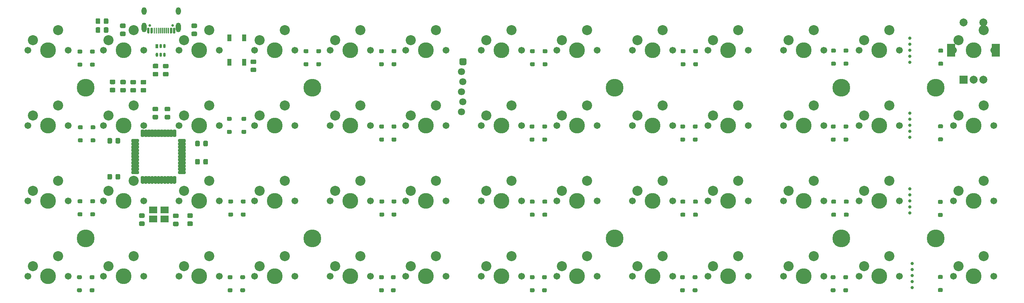
<source format=gbs>
G04 #@! TF.GenerationSoftware,KiCad,Pcbnew,(5.1.10-1-10_14)*
G04 #@! TF.CreationDate,2021-08-22T11:15:42-05:00*
G04 #@! TF.ProjectId,ori,6f72692e-6b69-4636-9164-5f7063625858,rev?*
G04 #@! TF.SameCoordinates,Original*
G04 #@! TF.FileFunction,Soldermask,Bot*
G04 #@! TF.FilePolarity,Negative*
%FSLAX46Y46*%
G04 Gerber Fmt 4.6, Leading zero omitted, Abs format (unit mm)*
G04 Created by KiCad (PCBNEW (5.1.10-1-10_14)) date 2021-08-22 11:15:42*
%MOMM*%
%LPD*%
G01*
G04 APERTURE LIST*
%ADD10C,4.500000*%
%ADD11C,0.800000*%
%ADD12C,2.540000*%
%ADD13C,1.701800*%
%ADD14C,3.987800*%
%ADD15R,2.000000X2.000000*%
%ADD16C,2.000000*%
%ADD17R,2.000000X3.200000*%
%ADD18R,2.100000X1.800000*%
%ADD19C,1.803400*%
%ADD20O,1.300000X2.400000*%
%ADD21O,1.300000X1.900000*%
%ADD22C,0.650000*%
%ADD23R,0.650000X1.060000*%
%ADD24R,1.100000X1.800000*%
G04 APERTURE END LIST*
D10*
X96440641Y-62706266D03*
X153590689Y-100806298D03*
X286940801Y-62706266D03*
X286940801Y-100806298D03*
X229790753Y-62706266D03*
X153590689Y-62706266D03*
X229790753Y-100806298D03*
X96440641Y-100806298D03*
X310753321Y-100806298D03*
X310753321Y-62706266D03*
G36*
G01*
X312340625Y-53806250D02*
X311640625Y-53806250D01*
G75*
G02*
X311390625Y-53556250I0J250000D01*
G01*
X311390625Y-53056250D01*
G75*
G02*
X311640625Y-52806250I250000J0D01*
G01*
X312340625Y-52806250D01*
G75*
G02*
X312590625Y-53056250I0J-250000D01*
G01*
X312590625Y-53556250D01*
G75*
G02*
X312340625Y-53806250I-250000J0D01*
G01*
G37*
G36*
G01*
X312340625Y-57106250D02*
X311640625Y-57106250D01*
G75*
G02*
X311390625Y-56856250I0J250000D01*
G01*
X311390625Y-56356250D01*
G75*
G02*
X311640625Y-56106250I250000J0D01*
G01*
X312340625Y-56106250D01*
G75*
G02*
X312590625Y-56356250I0J-250000D01*
G01*
X312590625Y-56856250D01*
G75*
G02*
X312340625Y-57106250I-250000J0D01*
G01*
G37*
G36*
G01*
X312240625Y-92056250D02*
X311540625Y-92056250D01*
G75*
G02*
X311290625Y-91806250I0J250000D01*
G01*
X311290625Y-91306250D01*
G75*
G02*
X311540625Y-91056250I250000J0D01*
G01*
X312240625Y-91056250D01*
G75*
G02*
X312490625Y-91306250I0J-250000D01*
G01*
X312490625Y-91806250D01*
G75*
G02*
X312240625Y-92056250I-250000J0D01*
G01*
G37*
G36*
G01*
X312240625Y-95356250D02*
X311540625Y-95356250D01*
G75*
G02*
X311290625Y-95106250I0J250000D01*
G01*
X311290625Y-94606250D01*
G75*
G02*
X311540625Y-94356250I250000J0D01*
G01*
X312240625Y-94356250D01*
G75*
G02*
X312490625Y-94606250I0J-250000D01*
G01*
X312490625Y-95106250D01*
G75*
G02*
X312240625Y-95356250I-250000J0D01*
G01*
G37*
D11*
X304204878Y-75248000D03*
X304204878Y-73724000D03*
X304204878Y-69152000D03*
X304204878Y-70676000D03*
X304204878Y-72200000D03*
X304204878Y-94329290D03*
X304204878Y-92805290D03*
X304204878Y-88233290D03*
X304204878Y-89757290D03*
X304204878Y-91281290D03*
X304799995Y-113248000D03*
X304799995Y-111724000D03*
X304799995Y-107152000D03*
X304799995Y-108676000D03*
X304799995Y-110200000D03*
X304204878Y-56229258D03*
X304204878Y-54705258D03*
X304204878Y-50133258D03*
X304204878Y-51657258D03*
X304204878Y-53181258D03*
D12*
X316468185Y-69691370D03*
X322818185Y-67151370D03*
D13*
X325358185Y-72231370D03*
X315198185Y-72231370D03*
D14*
X320278185Y-72231370D03*
D12*
X121205625Y-50641250D03*
X127555625Y-48101250D03*
D13*
X130095625Y-53181250D03*
X119935625Y-53181250D03*
D14*
X125015625Y-53181250D03*
D12*
X316468185Y-107791530D03*
X322818185Y-105251530D03*
D13*
X325358185Y-110331530D03*
X315198185Y-110331530D03*
D14*
X320278185Y-110331530D03*
G36*
G01*
X98537999Y-91899377D02*
X97837999Y-91899377D01*
G75*
G02*
X97587999Y-91649377I0J250000D01*
G01*
X97587999Y-91149377D01*
G75*
G02*
X97837999Y-90899377I250000J0D01*
G01*
X98537999Y-90899377D01*
G75*
G02*
X98787999Y-91149377I0J-250000D01*
G01*
X98787999Y-91649377D01*
G75*
G02*
X98537999Y-91899377I-250000J0D01*
G01*
G37*
G36*
G01*
X98537999Y-95199377D02*
X97837999Y-95199377D01*
G75*
G02*
X97587999Y-94949377I0J250000D01*
G01*
X97587999Y-94449377D01*
G75*
G02*
X97837999Y-94199377I250000J0D01*
G01*
X98537999Y-94199377D01*
G75*
G02*
X98787999Y-94449377I0J-250000D01*
G01*
X98787999Y-94949377D01*
G75*
G02*
X98537999Y-95199377I-250000J0D01*
G01*
G37*
G36*
G01*
X103650001Y-61800000D02*
X102749999Y-61800000D01*
G75*
G02*
X102500000Y-61550001I0J249999D01*
G01*
X102500000Y-60899999D01*
G75*
G02*
X102749999Y-60650000I249999J0D01*
G01*
X103650001Y-60650000D01*
G75*
G02*
X103900000Y-60899999I0J-249999D01*
G01*
X103900000Y-61550001D01*
G75*
G02*
X103650001Y-61800000I-249999J0D01*
G01*
G37*
G36*
G01*
X103650001Y-63850000D02*
X102749999Y-63850000D01*
G75*
G02*
X102500000Y-63600001I0J249999D01*
G01*
X102500000Y-62949999D01*
G75*
G02*
X102749999Y-62700000I249999J0D01*
G01*
X103650001Y-62700000D01*
G75*
G02*
X103900000Y-62949999I0J-249999D01*
G01*
X103900000Y-63600001D01*
G75*
G02*
X103650001Y-63850000I-249999J0D01*
G01*
G37*
G36*
G01*
X126100000Y-77250001D02*
X126100000Y-76349999D01*
G75*
G02*
X126349999Y-76100000I249999J0D01*
G01*
X127000001Y-76100000D01*
G75*
G02*
X127250000Y-76349999I0J-249999D01*
G01*
X127250000Y-77250001D01*
G75*
G02*
X127000001Y-77500000I-249999J0D01*
G01*
X126349999Y-77500000D01*
G75*
G02*
X126100000Y-77250001I0J249999D01*
G01*
G37*
G36*
G01*
X124050000Y-77250001D02*
X124050000Y-76349999D01*
G75*
G02*
X124299999Y-76100000I249999J0D01*
G01*
X124950001Y-76100000D01*
G75*
G02*
X125200000Y-76349999I0J-249999D01*
G01*
X125200000Y-77250001D01*
G75*
G02*
X124950001Y-77500000I-249999J0D01*
G01*
X124299999Y-77500000D01*
G75*
G02*
X124050000Y-77250001I0J249999D01*
G01*
G37*
G36*
G01*
X103075000Y-84749999D02*
X103075000Y-85650001D01*
G75*
G02*
X102825001Y-85900000I-249999J0D01*
G01*
X102174999Y-85900000D01*
G75*
G02*
X101925000Y-85650001I0J249999D01*
G01*
X101925000Y-84749999D01*
G75*
G02*
X102174999Y-84500000I249999J0D01*
G01*
X102825001Y-84500000D01*
G75*
G02*
X103075000Y-84749999I0J-249999D01*
G01*
G37*
G36*
G01*
X105125000Y-84749999D02*
X105125000Y-85650001D01*
G75*
G02*
X104875001Y-85900000I-249999J0D01*
G01*
X104224999Y-85900000D01*
G75*
G02*
X103975000Y-85650001I0J249999D01*
G01*
X103975000Y-84749999D01*
G75*
G02*
X104224999Y-84500000I249999J0D01*
G01*
X104875001Y-84500000D01*
G75*
G02*
X105125000Y-84749999I0J-249999D01*
G01*
G37*
G36*
G01*
X247381999Y-53944377D02*
X246681999Y-53944377D01*
G75*
G02*
X246431999Y-53694377I0J250000D01*
G01*
X246431999Y-53194377D01*
G75*
G02*
X246681999Y-52944377I250000J0D01*
G01*
X247381999Y-52944377D01*
G75*
G02*
X247631999Y-53194377I0J-250000D01*
G01*
X247631999Y-53694377D01*
G75*
G02*
X247381999Y-53944377I-250000J0D01*
G01*
G37*
G36*
G01*
X247381999Y-57244377D02*
X246681999Y-57244377D01*
G75*
G02*
X246431999Y-56994377I0J250000D01*
G01*
X246431999Y-56494377D01*
G75*
G02*
X246681999Y-56244377I250000J0D01*
G01*
X247381999Y-56244377D01*
G75*
G02*
X247631999Y-56494377I0J-250000D01*
G01*
X247631999Y-56994377D01*
G75*
G02*
X247381999Y-57244377I-250000J0D01*
G01*
G37*
D15*
X317752725Y-60693950D03*
D16*
X320252725Y-60693950D03*
X322752725Y-60693950D03*
D17*
X314652725Y-53193950D03*
X325852725Y-53193950D03*
D16*
X317752725Y-46193950D03*
X322752725Y-46193950D03*
G36*
G01*
X105396999Y-62738000D02*
X106297001Y-62738000D01*
G75*
G02*
X106547000Y-62987999I0J-249999D01*
G01*
X106547000Y-63638001D01*
G75*
G02*
X106297001Y-63888000I-249999J0D01*
G01*
X105396999Y-63888000D01*
G75*
G02*
X105147000Y-63638001I0J249999D01*
G01*
X105147000Y-62987999D01*
G75*
G02*
X105396999Y-62738000I249999J0D01*
G01*
G37*
G36*
G01*
X105396999Y-60688000D02*
X106297001Y-60688000D01*
G75*
G02*
X106547000Y-60937999I0J-249999D01*
G01*
X106547000Y-61588001D01*
G75*
G02*
X106297001Y-61838000I-249999J0D01*
G01*
X105396999Y-61838000D01*
G75*
G02*
X105147000Y-61588001I0J249999D01*
G01*
X105147000Y-60937999D01*
G75*
G02*
X105396999Y-60688000I249999J0D01*
G01*
G37*
G36*
G01*
X110549999Y-62750000D02*
X111450001Y-62750000D01*
G75*
G02*
X111700000Y-62999999I0J-249999D01*
G01*
X111700000Y-63650001D01*
G75*
G02*
X111450001Y-63900000I-249999J0D01*
G01*
X110549999Y-63900000D01*
G75*
G02*
X110300000Y-63650001I0J249999D01*
G01*
X110300000Y-62999999D01*
G75*
G02*
X110549999Y-62750000I249999J0D01*
G01*
G37*
G36*
G01*
X110549999Y-60700000D02*
X111450001Y-60700000D01*
G75*
G02*
X111700000Y-60949999I0J-249999D01*
G01*
X111700000Y-61600001D01*
G75*
G02*
X111450001Y-61850000I-249999J0D01*
G01*
X110549999Y-61850000D01*
G75*
G02*
X110300000Y-61600001I0J249999D01*
G01*
X110300000Y-60949999D01*
G75*
G02*
X110549999Y-60700000I249999J0D01*
G01*
G37*
G36*
G01*
X100100000Y-47649999D02*
X100100000Y-48550001D01*
G75*
G02*
X99850001Y-48800000I-249999J0D01*
G01*
X99199999Y-48800000D01*
G75*
G02*
X98950000Y-48550001I0J249999D01*
G01*
X98950000Y-47649999D01*
G75*
G02*
X99199999Y-47400000I249999J0D01*
G01*
X99850001Y-47400000D01*
G75*
G02*
X100100000Y-47649999I0J-249999D01*
G01*
G37*
G36*
G01*
X102150000Y-47649999D02*
X102150000Y-48550001D01*
G75*
G02*
X101900001Y-48800000I-249999J0D01*
G01*
X101249999Y-48800000D01*
G75*
G02*
X101000000Y-48550001I0J249999D01*
G01*
X101000000Y-47649999D01*
G75*
G02*
X101249999Y-47400000I249999J0D01*
G01*
X101900001Y-47400000D01*
G75*
G02*
X102150000Y-47649999I0J-249999D01*
G01*
G37*
G36*
G01*
X100100000Y-45399999D02*
X100100000Y-46300001D01*
G75*
G02*
X99850001Y-46550000I-249999J0D01*
G01*
X99199999Y-46550000D01*
G75*
G02*
X98950000Y-46300001I0J249999D01*
G01*
X98950000Y-45399999D01*
G75*
G02*
X99199999Y-45150000I249999J0D01*
G01*
X99850001Y-45150000D01*
G75*
G02*
X100100000Y-45399999I0J-249999D01*
G01*
G37*
G36*
G01*
X102150000Y-45399999D02*
X102150000Y-46300001D01*
G75*
G02*
X101900001Y-46550000I-249999J0D01*
G01*
X101249999Y-46550000D01*
G75*
G02*
X101000000Y-46300001I0J249999D01*
G01*
X101000000Y-45399999D01*
G75*
G02*
X101249999Y-45150000I249999J0D01*
G01*
X101900001Y-45150000D01*
G75*
G02*
X102150000Y-45399999I0J-249999D01*
G01*
G37*
G36*
G01*
X139159001Y-56698000D02*
X138258999Y-56698000D01*
G75*
G02*
X138009000Y-56448001I0J249999D01*
G01*
X138009000Y-55797999D01*
G75*
G02*
X138258999Y-55548000I249999J0D01*
G01*
X139159001Y-55548000D01*
G75*
G02*
X139409000Y-55797999I0J-249999D01*
G01*
X139409000Y-56448001D01*
G75*
G02*
X139159001Y-56698000I-249999J0D01*
G01*
G37*
G36*
G01*
X139159001Y-58748000D02*
X138258999Y-58748000D01*
G75*
G02*
X138009000Y-58498001I0J249999D01*
G01*
X138009000Y-57847999D01*
G75*
G02*
X138258999Y-57598000I249999J0D01*
G01*
X139159001Y-57598000D01*
G75*
G02*
X139409000Y-57847999I0J-249999D01*
G01*
X139409000Y-58498001D01*
G75*
G02*
X139159001Y-58748000I-249999J0D01*
G01*
G37*
G36*
G01*
X123349999Y-48500000D02*
X124250001Y-48500000D01*
G75*
G02*
X124500000Y-48749999I0J-249999D01*
G01*
X124500000Y-49400001D01*
G75*
G02*
X124250001Y-49650000I-249999J0D01*
G01*
X123349999Y-49650000D01*
G75*
G02*
X123100000Y-49400001I0J249999D01*
G01*
X123100000Y-48749999D01*
G75*
G02*
X123349999Y-48500000I249999J0D01*
G01*
G37*
G36*
G01*
X123349999Y-46450000D02*
X124250001Y-46450000D01*
G75*
G02*
X124500000Y-46699999I0J-249999D01*
G01*
X124500000Y-47350001D01*
G75*
G02*
X124250001Y-47600000I-249999J0D01*
G01*
X123349999Y-47600000D01*
G75*
G02*
X123100000Y-47350001I0J249999D01*
G01*
X123100000Y-46699999D01*
G75*
G02*
X123349999Y-46450000I249999J0D01*
G01*
G37*
G36*
G01*
X105349999Y-46450000D02*
X106250001Y-46450000D01*
G75*
G02*
X106500000Y-46699999I0J-249999D01*
G01*
X106500000Y-47350001D01*
G75*
G02*
X106250001Y-47600000I-249999J0D01*
G01*
X105349999Y-47600000D01*
G75*
G02*
X105100000Y-47350001I0J249999D01*
G01*
X105100000Y-46699999D01*
G75*
G02*
X105349999Y-46450000I249999J0D01*
G01*
G37*
G36*
G01*
X105349999Y-48500000D02*
X106250001Y-48500000D01*
G75*
G02*
X106500000Y-48749999I0J-249999D01*
G01*
X106500000Y-49400001D01*
G75*
G02*
X106250001Y-49650000I-249999J0D01*
G01*
X105349999Y-49650000D01*
G75*
G02*
X105100000Y-49400001I0J249999D01*
G01*
X105100000Y-48749999D01*
G75*
G02*
X105349999Y-48500000I249999J0D01*
G01*
G37*
G36*
G01*
X117080000Y-57783002D02*
X116179998Y-57783002D01*
G75*
G02*
X115929999Y-57533003I0J249999D01*
G01*
X115929999Y-56883001D01*
G75*
G02*
X116179998Y-56633002I249999J0D01*
G01*
X117080000Y-56633002D01*
G75*
G02*
X117329999Y-56883001I0J-249999D01*
G01*
X117329999Y-57533003D01*
G75*
G02*
X117080000Y-57783002I-249999J0D01*
G01*
G37*
G36*
G01*
X117080000Y-59833002D02*
X116179998Y-59833002D01*
G75*
G02*
X115929999Y-59583003I0J249999D01*
G01*
X115929999Y-58933001D01*
G75*
G02*
X116179998Y-58683002I249999J0D01*
G01*
X117080000Y-58683002D01*
G75*
G02*
X117329999Y-58933001I0J-249999D01*
G01*
X117329999Y-59583003D01*
G75*
G02*
X117080000Y-59833002I-249999J0D01*
G01*
G37*
G36*
G01*
X114496001Y-57774000D02*
X113595999Y-57774000D01*
G75*
G02*
X113346000Y-57524001I0J249999D01*
G01*
X113346000Y-56873999D01*
G75*
G02*
X113595999Y-56624000I249999J0D01*
G01*
X114496001Y-56624000D01*
G75*
G02*
X114746000Y-56873999I0J-249999D01*
G01*
X114746000Y-57524001D01*
G75*
G02*
X114496001Y-57774000I-249999J0D01*
G01*
G37*
G36*
G01*
X114496001Y-59824000D02*
X113595999Y-59824000D01*
G75*
G02*
X113346000Y-59574001I0J249999D01*
G01*
X113346000Y-58923999D01*
G75*
G02*
X113595999Y-58674000I249999J0D01*
G01*
X114496001Y-58674000D01*
G75*
G02*
X114746000Y-58923999I0J-249999D01*
G01*
X114746000Y-59574001D01*
G75*
G02*
X114496001Y-59824000I-249999J0D01*
G01*
G37*
G36*
G01*
X103977499Y-76550001D02*
X103977499Y-75649999D01*
G75*
G02*
X104227498Y-75400000I249999J0D01*
G01*
X104877500Y-75400000D01*
G75*
G02*
X105127499Y-75649999I0J-249999D01*
G01*
X105127499Y-76550001D01*
G75*
G02*
X104877500Y-76800000I-249999J0D01*
G01*
X104227498Y-76800000D01*
G75*
G02*
X103977499Y-76550001I0J249999D01*
G01*
G37*
G36*
G01*
X101927499Y-76550001D02*
X101927499Y-75649999D01*
G75*
G02*
X102177498Y-75400000I249999J0D01*
G01*
X102827500Y-75400000D01*
G75*
G02*
X103077499Y-75649999I0J-249999D01*
G01*
X103077499Y-76550001D01*
G75*
G02*
X102827500Y-76800000I-249999J0D01*
G01*
X102177498Y-76800000D01*
G75*
G02*
X101927499Y-76550001I0J249999D01*
G01*
G37*
G36*
G01*
X122299999Y-96500000D02*
X123200001Y-96500000D01*
G75*
G02*
X123450000Y-96749999I0J-249999D01*
G01*
X123450000Y-97400001D01*
G75*
G02*
X123200001Y-97650000I-249999J0D01*
G01*
X122299999Y-97650000D01*
G75*
G02*
X122050000Y-97400001I0J249999D01*
G01*
X122050000Y-96749999D01*
G75*
G02*
X122299999Y-96500000I249999J0D01*
G01*
G37*
G36*
G01*
X122299999Y-94450000D02*
X123200001Y-94450000D01*
G75*
G02*
X123450000Y-94699999I0J-249999D01*
G01*
X123450000Y-95350001D01*
G75*
G02*
X123200001Y-95600000I-249999J0D01*
G01*
X122299999Y-95600000D01*
G75*
G02*
X122050000Y-95350001I0J249999D01*
G01*
X122050000Y-94699999D01*
G75*
G02*
X122299999Y-94450000I249999J0D01*
G01*
G37*
G36*
G01*
X117500001Y-68650000D02*
X116599999Y-68650000D01*
G75*
G02*
X116350000Y-68400001I0J249999D01*
G01*
X116350000Y-67749999D01*
G75*
G02*
X116599999Y-67500000I249999J0D01*
G01*
X117500001Y-67500000D01*
G75*
G02*
X117750000Y-67749999I0J-249999D01*
G01*
X117750000Y-68400001D01*
G75*
G02*
X117500001Y-68650000I-249999J0D01*
G01*
G37*
G36*
G01*
X117500001Y-70700000D02*
X116599999Y-70700000D01*
G75*
G02*
X116350000Y-70450001I0J249999D01*
G01*
X116350000Y-69799999D01*
G75*
G02*
X116599999Y-69550000I249999J0D01*
G01*
X117500001Y-69550000D01*
G75*
G02*
X117750000Y-69799999I0J-249999D01*
G01*
X117750000Y-70450001D01*
G75*
G02*
X117500001Y-70700000I-249999J0D01*
G01*
G37*
G36*
G01*
X114450001Y-68650000D02*
X113549999Y-68650000D01*
G75*
G02*
X113300000Y-68400001I0J249999D01*
G01*
X113300000Y-67749999D01*
G75*
G02*
X113549999Y-67500000I249999J0D01*
G01*
X114450001Y-67500000D01*
G75*
G02*
X114700000Y-67749999I0J-249999D01*
G01*
X114700000Y-68400001D01*
G75*
G02*
X114450001Y-68650000I-249999J0D01*
G01*
G37*
G36*
G01*
X114450001Y-70700000D02*
X113549999Y-70700000D01*
G75*
G02*
X113300000Y-70450001I0J249999D01*
G01*
X113300000Y-69799999D01*
G75*
G02*
X113549999Y-69550000I249999J0D01*
G01*
X114450001Y-69550000D01*
G75*
G02*
X114700000Y-69799999I0J-249999D01*
G01*
X114700000Y-70450001D01*
G75*
G02*
X114450001Y-70700000I-249999J0D01*
G01*
G37*
G36*
G01*
X119600001Y-95650000D02*
X118699999Y-95650000D01*
G75*
G02*
X118450000Y-95400001I0J249999D01*
G01*
X118450000Y-94749999D01*
G75*
G02*
X118699999Y-94500000I249999J0D01*
G01*
X119600001Y-94500000D01*
G75*
G02*
X119850000Y-94749999I0J-249999D01*
G01*
X119850000Y-95400001D01*
G75*
G02*
X119600001Y-95650000I-249999J0D01*
G01*
G37*
G36*
G01*
X119600001Y-97700000D02*
X118699999Y-97700000D01*
G75*
G02*
X118450000Y-97450001I0J249999D01*
G01*
X118450000Y-96799999D01*
G75*
G02*
X118699999Y-96550000I249999J0D01*
G01*
X119600001Y-96550000D01*
G75*
G02*
X119850000Y-96799999I0J-249999D01*
G01*
X119850000Y-97450001D01*
G75*
G02*
X119600001Y-97700000I-249999J0D01*
G01*
G37*
G36*
G01*
X110149999Y-96500000D02*
X111050001Y-96500000D01*
G75*
G02*
X111300000Y-96749999I0J-249999D01*
G01*
X111300000Y-97400001D01*
G75*
G02*
X111050001Y-97650000I-249999J0D01*
G01*
X110149999Y-97650000D01*
G75*
G02*
X109900000Y-97400001I0J249999D01*
G01*
X109900000Y-96749999D01*
G75*
G02*
X110149999Y-96500000I249999J0D01*
G01*
G37*
G36*
G01*
X110149999Y-94450000D02*
X111050001Y-94450000D01*
G75*
G02*
X111300000Y-94699999I0J-249999D01*
G01*
X111300000Y-95350001D01*
G75*
G02*
X111050001Y-95600000I-249999J0D01*
G01*
X110149999Y-95600000D01*
G75*
G02*
X109900000Y-95350001I0J249999D01*
G01*
X109900000Y-94699999D01*
G75*
G02*
X110149999Y-94450000I249999J0D01*
G01*
G37*
G36*
G01*
X126100000Y-81850001D02*
X126100000Y-80949999D01*
G75*
G02*
X126349999Y-80700000I249999J0D01*
G01*
X127000001Y-80700000D01*
G75*
G02*
X127250000Y-80949999I0J-249999D01*
G01*
X127250000Y-81850001D01*
G75*
G02*
X127000001Y-82100000I-249999J0D01*
G01*
X126349999Y-82100000D01*
G75*
G02*
X126100000Y-81850001I0J249999D01*
G01*
G37*
G36*
G01*
X124050000Y-81850001D02*
X124050000Y-80949999D01*
G75*
G02*
X124299999Y-80700000I249999J0D01*
G01*
X124950001Y-80700000D01*
G75*
G02*
X125200000Y-80949999I0J-249999D01*
G01*
X125200000Y-81850001D01*
G75*
G02*
X124950001Y-82100000I-249999J0D01*
G01*
X124299999Y-82100000D01*
G75*
G02*
X124050000Y-81850001I0J249999D01*
G01*
G37*
G36*
G01*
X108850001Y-61850000D02*
X107949999Y-61850000D01*
G75*
G02*
X107700000Y-61600001I0J249999D01*
G01*
X107700000Y-60949999D01*
G75*
G02*
X107949999Y-60700000I249999J0D01*
G01*
X108850001Y-60700000D01*
G75*
G02*
X109100000Y-60949999I0J-249999D01*
G01*
X109100000Y-61600001D01*
G75*
G02*
X108850001Y-61850000I-249999J0D01*
G01*
G37*
G36*
G01*
X108850001Y-63900000D02*
X107949999Y-63900000D01*
G75*
G02*
X107700000Y-63650001I0J249999D01*
G01*
X107700000Y-62999999D01*
G75*
G02*
X107949999Y-62750000I249999J0D01*
G01*
X108850001Y-62750000D01*
G75*
G02*
X109100000Y-62999999I0J-249999D01*
G01*
X109100000Y-63650001D01*
G75*
G02*
X108850001Y-63900000I-249999J0D01*
G01*
G37*
D18*
X116350000Y-93550000D03*
X113450000Y-93550000D03*
X113450000Y-95850000D03*
X116350000Y-95850000D03*
G36*
G01*
X192448100Y-55649150D02*
X192448100Y-56550850D01*
G75*
G02*
X191997250Y-57001700I-450850J0D01*
G01*
X191095550Y-57001700D01*
G75*
G02*
X190644700Y-56550850I0J450850D01*
G01*
X190644700Y-55649150D01*
G75*
G02*
X191095550Y-55198300I450850J0D01*
G01*
X191997250Y-55198300D01*
G75*
G02*
X192448100Y-55649150I0J-450850D01*
G01*
G37*
D19*
X191140000Y-58640000D03*
X191546400Y-61180000D03*
X191140000Y-63720000D03*
X191546400Y-66260000D03*
X191140000Y-68800000D03*
G36*
G01*
X119250000Y-73450000D02*
X119250000Y-74950000D01*
G75*
G02*
X119050000Y-75150000I-200000J0D01*
G01*
X118550000Y-75150000D01*
G75*
G02*
X118350000Y-74950000I0J200000D01*
G01*
X118350000Y-73450000D01*
G75*
G02*
X118550000Y-73250000I200000J0D01*
G01*
X119050000Y-73250000D01*
G75*
G02*
X119250000Y-73450000I0J-200000D01*
G01*
G37*
G36*
G01*
X118450000Y-73450000D02*
X118450000Y-74950000D01*
G75*
G02*
X118250000Y-75150000I-200000J0D01*
G01*
X117750000Y-75150000D01*
G75*
G02*
X117550000Y-74950000I0J200000D01*
G01*
X117550000Y-73450000D01*
G75*
G02*
X117750000Y-73250000I200000J0D01*
G01*
X118250000Y-73250000D01*
G75*
G02*
X118450000Y-73450000I0J-200000D01*
G01*
G37*
G36*
G01*
X117650000Y-73450000D02*
X117650000Y-74950000D01*
G75*
G02*
X117450000Y-75150000I-200000J0D01*
G01*
X116950000Y-75150000D01*
G75*
G02*
X116750000Y-74950000I0J200000D01*
G01*
X116750000Y-73450000D01*
G75*
G02*
X116950000Y-73250000I200000J0D01*
G01*
X117450000Y-73250000D01*
G75*
G02*
X117650000Y-73450000I0J-200000D01*
G01*
G37*
G36*
G01*
X116850000Y-73450000D02*
X116850000Y-74950000D01*
G75*
G02*
X116650000Y-75150000I-200000J0D01*
G01*
X116150000Y-75150000D01*
G75*
G02*
X115950000Y-74950000I0J200000D01*
G01*
X115950000Y-73450000D01*
G75*
G02*
X116150000Y-73250000I200000J0D01*
G01*
X116650000Y-73250000D01*
G75*
G02*
X116850000Y-73450000I0J-200000D01*
G01*
G37*
G36*
G01*
X116050000Y-73450000D02*
X116050000Y-74950000D01*
G75*
G02*
X115850000Y-75150000I-200000J0D01*
G01*
X115350000Y-75150000D01*
G75*
G02*
X115150000Y-74950000I0J200000D01*
G01*
X115150000Y-73450000D01*
G75*
G02*
X115350000Y-73250000I200000J0D01*
G01*
X115850000Y-73250000D01*
G75*
G02*
X116050000Y-73450000I0J-200000D01*
G01*
G37*
G36*
G01*
X115250000Y-73450000D02*
X115250000Y-74950000D01*
G75*
G02*
X115050000Y-75150000I-200000J0D01*
G01*
X114550000Y-75150000D01*
G75*
G02*
X114350000Y-74950000I0J200000D01*
G01*
X114350000Y-73450000D01*
G75*
G02*
X114550000Y-73250000I200000J0D01*
G01*
X115050000Y-73250000D01*
G75*
G02*
X115250000Y-73450000I0J-200000D01*
G01*
G37*
G36*
G01*
X114450000Y-73450000D02*
X114450000Y-74950000D01*
G75*
G02*
X114250000Y-75150000I-200000J0D01*
G01*
X113750000Y-75150000D01*
G75*
G02*
X113550000Y-74950000I0J200000D01*
G01*
X113550000Y-73450000D01*
G75*
G02*
X113750000Y-73250000I200000J0D01*
G01*
X114250000Y-73250000D01*
G75*
G02*
X114450000Y-73450000I0J-200000D01*
G01*
G37*
G36*
G01*
X113650000Y-73450000D02*
X113650000Y-74950000D01*
G75*
G02*
X113450000Y-75150000I-200000J0D01*
G01*
X112950000Y-75150000D01*
G75*
G02*
X112750000Y-74950000I0J200000D01*
G01*
X112750000Y-73450000D01*
G75*
G02*
X112950000Y-73250000I200000J0D01*
G01*
X113450000Y-73250000D01*
G75*
G02*
X113650000Y-73450000I0J-200000D01*
G01*
G37*
G36*
G01*
X112850000Y-73450000D02*
X112850000Y-74950000D01*
G75*
G02*
X112650000Y-75150000I-200000J0D01*
G01*
X112150000Y-75150000D01*
G75*
G02*
X111950000Y-74950000I0J200000D01*
G01*
X111950000Y-73450000D01*
G75*
G02*
X112150000Y-73250000I200000J0D01*
G01*
X112650000Y-73250000D01*
G75*
G02*
X112850000Y-73450000I0J-200000D01*
G01*
G37*
G36*
G01*
X112050000Y-73450000D02*
X112050000Y-74950000D01*
G75*
G02*
X111850000Y-75150000I-200000J0D01*
G01*
X111350000Y-75150000D01*
G75*
G02*
X111150000Y-74950000I0J200000D01*
G01*
X111150000Y-73450000D01*
G75*
G02*
X111350000Y-73250000I200000J0D01*
G01*
X111850000Y-73250000D01*
G75*
G02*
X112050000Y-73450000I0J-200000D01*
G01*
G37*
G36*
G01*
X111250000Y-73450000D02*
X111250000Y-74950000D01*
G75*
G02*
X111050000Y-75150000I-200000J0D01*
G01*
X110550000Y-75150000D01*
G75*
G02*
X110350000Y-74950000I0J200000D01*
G01*
X110350000Y-73450000D01*
G75*
G02*
X110550000Y-73250000I200000J0D01*
G01*
X111050000Y-73250000D01*
G75*
G02*
X111250000Y-73450000I0J-200000D01*
G01*
G37*
G36*
G01*
X109850000Y-75850000D02*
X109850000Y-76350000D01*
G75*
G02*
X109650000Y-76550000I-200000J0D01*
G01*
X108150000Y-76550000D01*
G75*
G02*
X107950000Y-76350000I0J200000D01*
G01*
X107950000Y-75850000D01*
G75*
G02*
X108150000Y-75650000I200000J0D01*
G01*
X109650000Y-75650000D01*
G75*
G02*
X109850000Y-75850000I0J-200000D01*
G01*
G37*
G36*
G01*
X109850000Y-76650000D02*
X109850000Y-77150000D01*
G75*
G02*
X109650000Y-77350000I-200000J0D01*
G01*
X108150000Y-77350000D01*
G75*
G02*
X107950000Y-77150000I0J200000D01*
G01*
X107950000Y-76650000D01*
G75*
G02*
X108150000Y-76450000I200000J0D01*
G01*
X109650000Y-76450000D01*
G75*
G02*
X109850000Y-76650000I0J-200000D01*
G01*
G37*
G36*
G01*
X109850000Y-77450000D02*
X109850000Y-77950000D01*
G75*
G02*
X109650000Y-78150000I-200000J0D01*
G01*
X108150000Y-78150000D01*
G75*
G02*
X107950000Y-77950000I0J200000D01*
G01*
X107950000Y-77450000D01*
G75*
G02*
X108150000Y-77250000I200000J0D01*
G01*
X109650000Y-77250000D01*
G75*
G02*
X109850000Y-77450000I0J-200000D01*
G01*
G37*
G36*
G01*
X109850000Y-78250000D02*
X109850000Y-78750000D01*
G75*
G02*
X109650000Y-78950000I-200000J0D01*
G01*
X108150000Y-78950000D01*
G75*
G02*
X107950000Y-78750000I0J200000D01*
G01*
X107950000Y-78250000D01*
G75*
G02*
X108150000Y-78050000I200000J0D01*
G01*
X109650000Y-78050000D01*
G75*
G02*
X109850000Y-78250000I0J-200000D01*
G01*
G37*
G36*
G01*
X109850000Y-79050000D02*
X109850000Y-79550000D01*
G75*
G02*
X109650000Y-79750000I-200000J0D01*
G01*
X108150000Y-79750000D01*
G75*
G02*
X107950000Y-79550000I0J200000D01*
G01*
X107950000Y-79050000D01*
G75*
G02*
X108150000Y-78850000I200000J0D01*
G01*
X109650000Y-78850000D01*
G75*
G02*
X109850000Y-79050000I0J-200000D01*
G01*
G37*
G36*
G01*
X109850000Y-79850000D02*
X109850000Y-80350000D01*
G75*
G02*
X109650000Y-80550000I-200000J0D01*
G01*
X108150000Y-80550000D01*
G75*
G02*
X107950000Y-80350000I0J200000D01*
G01*
X107950000Y-79850000D01*
G75*
G02*
X108150000Y-79650000I200000J0D01*
G01*
X109650000Y-79650000D01*
G75*
G02*
X109850000Y-79850000I0J-200000D01*
G01*
G37*
G36*
G01*
X109850000Y-80650000D02*
X109850000Y-81150000D01*
G75*
G02*
X109650000Y-81350000I-200000J0D01*
G01*
X108150000Y-81350000D01*
G75*
G02*
X107950000Y-81150000I0J200000D01*
G01*
X107950000Y-80650000D01*
G75*
G02*
X108150000Y-80450000I200000J0D01*
G01*
X109650000Y-80450000D01*
G75*
G02*
X109850000Y-80650000I0J-200000D01*
G01*
G37*
G36*
G01*
X109850000Y-81450000D02*
X109850000Y-81950000D01*
G75*
G02*
X109650000Y-82150000I-200000J0D01*
G01*
X108150000Y-82150000D01*
G75*
G02*
X107950000Y-81950000I0J200000D01*
G01*
X107950000Y-81450000D01*
G75*
G02*
X108150000Y-81250000I200000J0D01*
G01*
X109650000Y-81250000D01*
G75*
G02*
X109850000Y-81450000I0J-200000D01*
G01*
G37*
G36*
G01*
X109850000Y-82250000D02*
X109850000Y-82750000D01*
G75*
G02*
X109650000Y-82950000I-200000J0D01*
G01*
X108150000Y-82950000D01*
G75*
G02*
X107950000Y-82750000I0J200000D01*
G01*
X107950000Y-82250000D01*
G75*
G02*
X108150000Y-82050000I200000J0D01*
G01*
X109650000Y-82050000D01*
G75*
G02*
X109850000Y-82250000I0J-200000D01*
G01*
G37*
G36*
G01*
X109850000Y-83050000D02*
X109850000Y-83550000D01*
G75*
G02*
X109650000Y-83750000I-200000J0D01*
G01*
X108150000Y-83750000D01*
G75*
G02*
X107950000Y-83550000I0J200000D01*
G01*
X107950000Y-83050000D01*
G75*
G02*
X108150000Y-82850000I200000J0D01*
G01*
X109650000Y-82850000D01*
G75*
G02*
X109850000Y-83050000I0J-200000D01*
G01*
G37*
G36*
G01*
X109850000Y-83850000D02*
X109850000Y-84350000D01*
G75*
G02*
X109650000Y-84550000I-200000J0D01*
G01*
X108150000Y-84550000D01*
G75*
G02*
X107950000Y-84350000I0J200000D01*
G01*
X107950000Y-83850000D01*
G75*
G02*
X108150000Y-83650000I200000J0D01*
G01*
X109650000Y-83650000D01*
G75*
G02*
X109850000Y-83850000I0J-200000D01*
G01*
G37*
G36*
G01*
X111250000Y-85250000D02*
X111250000Y-86750000D01*
G75*
G02*
X111050000Y-86950000I-200000J0D01*
G01*
X110550000Y-86950000D01*
G75*
G02*
X110350000Y-86750000I0J200000D01*
G01*
X110350000Y-85250000D01*
G75*
G02*
X110550000Y-85050000I200000J0D01*
G01*
X111050000Y-85050000D01*
G75*
G02*
X111250000Y-85250000I0J-200000D01*
G01*
G37*
G36*
G01*
X112050000Y-85250000D02*
X112050000Y-86750000D01*
G75*
G02*
X111850000Y-86950000I-200000J0D01*
G01*
X111350000Y-86950000D01*
G75*
G02*
X111150000Y-86750000I0J200000D01*
G01*
X111150000Y-85250000D01*
G75*
G02*
X111350000Y-85050000I200000J0D01*
G01*
X111850000Y-85050000D01*
G75*
G02*
X112050000Y-85250000I0J-200000D01*
G01*
G37*
G36*
G01*
X112850000Y-85250000D02*
X112850000Y-86750000D01*
G75*
G02*
X112650000Y-86950000I-200000J0D01*
G01*
X112150000Y-86950000D01*
G75*
G02*
X111950000Y-86750000I0J200000D01*
G01*
X111950000Y-85250000D01*
G75*
G02*
X112150000Y-85050000I200000J0D01*
G01*
X112650000Y-85050000D01*
G75*
G02*
X112850000Y-85250000I0J-200000D01*
G01*
G37*
G36*
G01*
X113650000Y-85250000D02*
X113650000Y-86750000D01*
G75*
G02*
X113450000Y-86950000I-200000J0D01*
G01*
X112950000Y-86950000D01*
G75*
G02*
X112750000Y-86750000I0J200000D01*
G01*
X112750000Y-85250000D01*
G75*
G02*
X112950000Y-85050000I200000J0D01*
G01*
X113450000Y-85050000D01*
G75*
G02*
X113650000Y-85250000I0J-200000D01*
G01*
G37*
G36*
G01*
X114450000Y-85250000D02*
X114450000Y-86750000D01*
G75*
G02*
X114250000Y-86950000I-200000J0D01*
G01*
X113750000Y-86950000D01*
G75*
G02*
X113550000Y-86750000I0J200000D01*
G01*
X113550000Y-85250000D01*
G75*
G02*
X113750000Y-85050000I200000J0D01*
G01*
X114250000Y-85050000D01*
G75*
G02*
X114450000Y-85250000I0J-200000D01*
G01*
G37*
G36*
G01*
X115250000Y-85250000D02*
X115250000Y-86750000D01*
G75*
G02*
X115050000Y-86950000I-200000J0D01*
G01*
X114550000Y-86950000D01*
G75*
G02*
X114350000Y-86750000I0J200000D01*
G01*
X114350000Y-85250000D01*
G75*
G02*
X114550000Y-85050000I200000J0D01*
G01*
X115050000Y-85050000D01*
G75*
G02*
X115250000Y-85250000I0J-200000D01*
G01*
G37*
G36*
G01*
X116050000Y-85250000D02*
X116050000Y-86750000D01*
G75*
G02*
X115850000Y-86950000I-200000J0D01*
G01*
X115350000Y-86950000D01*
G75*
G02*
X115150000Y-86750000I0J200000D01*
G01*
X115150000Y-85250000D01*
G75*
G02*
X115350000Y-85050000I200000J0D01*
G01*
X115850000Y-85050000D01*
G75*
G02*
X116050000Y-85250000I0J-200000D01*
G01*
G37*
G36*
G01*
X116850000Y-85250000D02*
X116850000Y-86750000D01*
G75*
G02*
X116650000Y-86950000I-200000J0D01*
G01*
X116150000Y-86950000D01*
G75*
G02*
X115950000Y-86750000I0J200000D01*
G01*
X115950000Y-85250000D01*
G75*
G02*
X116150000Y-85050000I200000J0D01*
G01*
X116650000Y-85050000D01*
G75*
G02*
X116850000Y-85250000I0J-200000D01*
G01*
G37*
G36*
G01*
X117650000Y-85250000D02*
X117650000Y-86750000D01*
G75*
G02*
X117450000Y-86950000I-200000J0D01*
G01*
X116950000Y-86950000D01*
G75*
G02*
X116750000Y-86750000I0J200000D01*
G01*
X116750000Y-85250000D01*
G75*
G02*
X116950000Y-85050000I200000J0D01*
G01*
X117450000Y-85050000D01*
G75*
G02*
X117650000Y-85250000I0J-200000D01*
G01*
G37*
G36*
G01*
X118450000Y-85250000D02*
X118450000Y-86750000D01*
G75*
G02*
X118250000Y-86950000I-200000J0D01*
G01*
X117750000Y-86950000D01*
G75*
G02*
X117550000Y-86750000I0J200000D01*
G01*
X117550000Y-85250000D01*
G75*
G02*
X117750000Y-85050000I200000J0D01*
G01*
X118250000Y-85050000D01*
G75*
G02*
X118450000Y-85250000I0J-200000D01*
G01*
G37*
G36*
G01*
X119250000Y-85250000D02*
X119250000Y-86750000D01*
G75*
G02*
X119050000Y-86950000I-200000J0D01*
G01*
X118550000Y-86950000D01*
G75*
G02*
X118350000Y-86750000I0J200000D01*
G01*
X118350000Y-85250000D01*
G75*
G02*
X118550000Y-85050000I200000J0D01*
G01*
X119050000Y-85050000D01*
G75*
G02*
X119250000Y-85250000I0J-200000D01*
G01*
G37*
G36*
G01*
X121650000Y-83850000D02*
X121650000Y-84350000D01*
G75*
G02*
X121450000Y-84550000I-200000J0D01*
G01*
X119950000Y-84550000D01*
G75*
G02*
X119750000Y-84350000I0J200000D01*
G01*
X119750000Y-83850000D01*
G75*
G02*
X119950000Y-83650000I200000J0D01*
G01*
X121450000Y-83650000D01*
G75*
G02*
X121650000Y-83850000I0J-200000D01*
G01*
G37*
G36*
G01*
X121650000Y-83050000D02*
X121650000Y-83550000D01*
G75*
G02*
X121450000Y-83750000I-200000J0D01*
G01*
X119950000Y-83750000D01*
G75*
G02*
X119750000Y-83550000I0J200000D01*
G01*
X119750000Y-83050000D01*
G75*
G02*
X119950000Y-82850000I200000J0D01*
G01*
X121450000Y-82850000D01*
G75*
G02*
X121650000Y-83050000I0J-200000D01*
G01*
G37*
G36*
G01*
X121650000Y-82250000D02*
X121650000Y-82750000D01*
G75*
G02*
X121450000Y-82950000I-200000J0D01*
G01*
X119950000Y-82950000D01*
G75*
G02*
X119750000Y-82750000I0J200000D01*
G01*
X119750000Y-82250000D01*
G75*
G02*
X119950000Y-82050000I200000J0D01*
G01*
X121450000Y-82050000D01*
G75*
G02*
X121650000Y-82250000I0J-200000D01*
G01*
G37*
G36*
G01*
X121650000Y-81450000D02*
X121650000Y-81950000D01*
G75*
G02*
X121450000Y-82150000I-200000J0D01*
G01*
X119950000Y-82150000D01*
G75*
G02*
X119750000Y-81950000I0J200000D01*
G01*
X119750000Y-81450000D01*
G75*
G02*
X119950000Y-81250000I200000J0D01*
G01*
X121450000Y-81250000D01*
G75*
G02*
X121650000Y-81450000I0J-200000D01*
G01*
G37*
G36*
G01*
X121650000Y-80650000D02*
X121650000Y-81150000D01*
G75*
G02*
X121450000Y-81350000I-200000J0D01*
G01*
X119950000Y-81350000D01*
G75*
G02*
X119750000Y-81150000I0J200000D01*
G01*
X119750000Y-80650000D01*
G75*
G02*
X119950000Y-80450000I200000J0D01*
G01*
X121450000Y-80450000D01*
G75*
G02*
X121650000Y-80650000I0J-200000D01*
G01*
G37*
G36*
G01*
X121650000Y-79850000D02*
X121650000Y-80350000D01*
G75*
G02*
X121450000Y-80550000I-200000J0D01*
G01*
X119950000Y-80550000D01*
G75*
G02*
X119750000Y-80350000I0J200000D01*
G01*
X119750000Y-79850000D01*
G75*
G02*
X119950000Y-79650000I200000J0D01*
G01*
X121450000Y-79650000D01*
G75*
G02*
X121650000Y-79850000I0J-200000D01*
G01*
G37*
G36*
G01*
X121650000Y-79050000D02*
X121650000Y-79550000D01*
G75*
G02*
X121450000Y-79750000I-200000J0D01*
G01*
X119950000Y-79750000D01*
G75*
G02*
X119750000Y-79550000I0J200000D01*
G01*
X119750000Y-79050000D01*
G75*
G02*
X119950000Y-78850000I200000J0D01*
G01*
X121450000Y-78850000D01*
G75*
G02*
X121650000Y-79050000I0J-200000D01*
G01*
G37*
G36*
G01*
X121650000Y-78250000D02*
X121650000Y-78750000D01*
G75*
G02*
X121450000Y-78950000I-200000J0D01*
G01*
X119950000Y-78950000D01*
G75*
G02*
X119750000Y-78750000I0J200000D01*
G01*
X119750000Y-78250000D01*
G75*
G02*
X119950000Y-78050000I200000J0D01*
G01*
X121450000Y-78050000D01*
G75*
G02*
X121650000Y-78250000I0J-200000D01*
G01*
G37*
G36*
G01*
X121650000Y-77450000D02*
X121650000Y-77950000D01*
G75*
G02*
X121450000Y-78150000I-200000J0D01*
G01*
X119950000Y-78150000D01*
G75*
G02*
X119750000Y-77950000I0J200000D01*
G01*
X119750000Y-77450000D01*
G75*
G02*
X119950000Y-77250000I200000J0D01*
G01*
X121450000Y-77250000D01*
G75*
G02*
X121650000Y-77450000I0J-200000D01*
G01*
G37*
G36*
G01*
X121650000Y-76650000D02*
X121650000Y-77150000D01*
G75*
G02*
X121450000Y-77350000I-200000J0D01*
G01*
X119950000Y-77350000D01*
G75*
G02*
X119750000Y-77150000I0J200000D01*
G01*
X119750000Y-76650000D01*
G75*
G02*
X119950000Y-76450000I200000J0D01*
G01*
X121450000Y-76450000D01*
G75*
G02*
X121650000Y-76650000I0J-200000D01*
G01*
G37*
G36*
G01*
X121650000Y-75850000D02*
X121650000Y-76350000D01*
G75*
G02*
X121450000Y-76550000I-200000J0D01*
G01*
X119950000Y-76550000D01*
G75*
G02*
X119750000Y-76350000I0J200000D01*
G01*
X119750000Y-75850000D01*
G75*
G02*
X119950000Y-75650000I200000J0D01*
G01*
X121450000Y-75650000D01*
G75*
G02*
X121650000Y-75850000I0J-200000D01*
G01*
G37*
G36*
G01*
X95312999Y-54041377D02*
X94612999Y-54041377D01*
G75*
G02*
X94362999Y-53791377I0J250000D01*
G01*
X94362999Y-53291377D01*
G75*
G02*
X94612999Y-53041377I250000J0D01*
G01*
X95312999Y-53041377D01*
G75*
G02*
X95562999Y-53291377I0J-250000D01*
G01*
X95562999Y-53791377D01*
G75*
G02*
X95312999Y-54041377I-250000J0D01*
G01*
G37*
G36*
G01*
X95312999Y-57341377D02*
X94612999Y-57341377D01*
G75*
G02*
X94362999Y-57091377I0J250000D01*
G01*
X94362999Y-56591377D01*
G75*
G02*
X94612999Y-56341377I250000J0D01*
G01*
X95312999Y-56341377D01*
G75*
G02*
X95562999Y-56591377I0J-250000D01*
G01*
X95562999Y-57091377D01*
G75*
G02*
X95312999Y-57341377I-250000J0D01*
G01*
G37*
G36*
G01*
X98487999Y-54041377D02*
X97787999Y-54041377D01*
G75*
G02*
X97537999Y-53791377I0J250000D01*
G01*
X97537999Y-53291377D01*
G75*
G02*
X97787999Y-53041377I250000J0D01*
G01*
X98487999Y-53041377D01*
G75*
G02*
X98737999Y-53291377I0J-250000D01*
G01*
X98737999Y-53791377D01*
G75*
G02*
X98487999Y-54041377I-250000J0D01*
G01*
G37*
G36*
G01*
X98487999Y-57341377D02*
X97787999Y-57341377D01*
G75*
G02*
X97537999Y-57091377I0J250000D01*
G01*
X97537999Y-56591377D01*
G75*
G02*
X97787999Y-56341377I250000J0D01*
G01*
X98487999Y-56341377D01*
G75*
G02*
X98737999Y-56591377I0J-250000D01*
G01*
X98737999Y-57091377D01*
G75*
G02*
X98487999Y-57341377I-250000J0D01*
G01*
G37*
G36*
G01*
X152335999Y-53931002D02*
X151635999Y-53931002D01*
G75*
G02*
X151385999Y-53681002I0J250000D01*
G01*
X151385999Y-53181002D01*
G75*
G02*
X151635999Y-52931002I250000J0D01*
G01*
X152335999Y-52931002D01*
G75*
G02*
X152585999Y-53181002I0J-250000D01*
G01*
X152585999Y-53681002D01*
G75*
G02*
X152335999Y-53931002I-250000J0D01*
G01*
G37*
G36*
G01*
X152335999Y-57231002D02*
X151635999Y-57231002D01*
G75*
G02*
X151385999Y-56981002I0J250000D01*
G01*
X151385999Y-56481002D01*
G75*
G02*
X151635999Y-56231002I250000J0D01*
G01*
X152335999Y-56231002D01*
G75*
G02*
X152585999Y-56481002I0J-250000D01*
G01*
X152585999Y-56981002D01*
G75*
G02*
X152335999Y-57231002I-250000J0D01*
G01*
G37*
G36*
G01*
X155510999Y-53931002D02*
X154810999Y-53931002D01*
G75*
G02*
X154560999Y-53681002I0J250000D01*
G01*
X154560999Y-53181002D01*
G75*
G02*
X154810999Y-52931002I250000J0D01*
G01*
X155510999Y-52931002D01*
G75*
G02*
X155760999Y-53181002I0J-250000D01*
G01*
X155760999Y-53681002D01*
G75*
G02*
X155510999Y-53931002I-250000J0D01*
G01*
G37*
G36*
G01*
X155510999Y-57231002D02*
X154810999Y-57231002D01*
G75*
G02*
X154560999Y-56981002I0J250000D01*
G01*
X154560999Y-56481002D01*
G75*
G02*
X154810999Y-56231002I250000J0D01*
G01*
X155510999Y-56231002D01*
G75*
G02*
X155760999Y-56481002I0J-250000D01*
G01*
X155760999Y-56981002D01*
G75*
G02*
X155510999Y-57231002I-250000J0D01*
G01*
G37*
G36*
G01*
X171335999Y-53933377D02*
X170635999Y-53933377D01*
G75*
G02*
X170385999Y-53683377I0J250000D01*
G01*
X170385999Y-53183377D01*
G75*
G02*
X170635999Y-52933377I250000J0D01*
G01*
X171335999Y-52933377D01*
G75*
G02*
X171585999Y-53183377I0J-250000D01*
G01*
X171585999Y-53683377D01*
G75*
G02*
X171335999Y-53933377I-250000J0D01*
G01*
G37*
G36*
G01*
X171335999Y-57233377D02*
X170635999Y-57233377D01*
G75*
G02*
X170385999Y-56983377I0J250000D01*
G01*
X170385999Y-56483377D01*
G75*
G02*
X170635999Y-56233377I250000J0D01*
G01*
X171335999Y-56233377D01*
G75*
G02*
X171585999Y-56483377I0J-250000D01*
G01*
X171585999Y-56983377D01*
G75*
G02*
X171335999Y-57233377I-250000J0D01*
G01*
G37*
G36*
G01*
X174510999Y-53933377D02*
X173810999Y-53933377D01*
G75*
G02*
X173560999Y-53683377I0J250000D01*
G01*
X173560999Y-53183377D01*
G75*
G02*
X173810999Y-52933377I250000J0D01*
G01*
X174510999Y-52933377D01*
G75*
G02*
X174760999Y-53183377I0J-250000D01*
G01*
X174760999Y-53683377D01*
G75*
G02*
X174510999Y-53933377I-250000J0D01*
G01*
G37*
G36*
G01*
X174510999Y-57233377D02*
X173810999Y-57233377D01*
G75*
G02*
X173560999Y-56983377I0J250000D01*
G01*
X173560999Y-56483377D01*
G75*
G02*
X173810999Y-56233377I250000J0D01*
G01*
X174510999Y-56233377D01*
G75*
G02*
X174760999Y-56483377I0J-250000D01*
G01*
X174760999Y-56983377D01*
G75*
G02*
X174510999Y-57233377I-250000J0D01*
G01*
G37*
G36*
G01*
X209408999Y-53944377D02*
X208708999Y-53944377D01*
G75*
G02*
X208458999Y-53694377I0J250000D01*
G01*
X208458999Y-53194377D01*
G75*
G02*
X208708999Y-52944377I250000J0D01*
G01*
X209408999Y-52944377D01*
G75*
G02*
X209658999Y-53194377I0J-250000D01*
G01*
X209658999Y-53694377D01*
G75*
G02*
X209408999Y-53944377I-250000J0D01*
G01*
G37*
G36*
G01*
X209408999Y-57244377D02*
X208708999Y-57244377D01*
G75*
G02*
X208458999Y-56994377I0J250000D01*
G01*
X208458999Y-56494377D01*
G75*
G02*
X208708999Y-56244377I250000J0D01*
G01*
X209408999Y-56244377D01*
G75*
G02*
X209658999Y-56494377I0J-250000D01*
G01*
X209658999Y-56994377D01*
G75*
G02*
X209408999Y-57244377I-250000J0D01*
G01*
G37*
G36*
G01*
X212583999Y-53944377D02*
X211883999Y-53944377D01*
G75*
G02*
X211633999Y-53694377I0J250000D01*
G01*
X211633999Y-53194377D01*
G75*
G02*
X211883999Y-52944377I250000J0D01*
G01*
X212583999Y-52944377D01*
G75*
G02*
X212833999Y-53194377I0J-250000D01*
G01*
X212833999Y-53694377D01*
G75*
G02*
X212583999Y-53944377I-250000J0D01*
G01*
G37*
G36*
G01*
X212583999Y-57244377D02*
X211883999Y-57244377D01*
G75*
G02*
X211633999Y-56994377I0J250000D01*
G01*
X211633999Y-56494377D01*
G75*
G02*
X211883999Y-56244377I250000J0D01*
G01*
X212583999Y-56244377D01*
G75*
G02*
X212833999Y-56494377I0J-250000D01*
G01*
X212833999Y-56994377D01*
G75*
G02*
X212583999Y-57244377I-250000J0D01*
G01*
G37*
G36*
G01*
X250556999Y-53944377D02*
X249856999Y-53944377D01*
G75*
G02*
X249606999Y-53694377I0J250000D01*
G01*
X249606999Y-53194377D01*
G75*
G02*
X249856999Y-52944377I250000J0D01*
G01*
X250556999Y-52944377D01*
G75*
G02*
X250806999Y-53194377I0J-250000D01*
G01*
X250806999Y-53694377D01*
G75*
G02*
X250556999Y-53944377I-250000J0D01*
G01*
G37*
G36*
G01*
X250556999Y-57244377D02*
X249856999Y-57244377D01*
G75*
G02*
X249606999Y-56994377I0J250000D01*
G01*
X249606999Y-56494377D01*
G75*
G02*
X249856999Y-56244377I250000J0D01*
G01*
X250556999Y-56244377D01*
G75*
G02*
X250806999Y-56494377I0J-250000D01*
G01*
X250806999Y-56994377D01*
G75*
G02*
X250556999Y-57244377I-250000J0D01*
G01*
G37*
G36*
G01*
X285300000Y-53800000D02*
X284600000Y-53800000D01*
G75*
G02*
X284350000Y-53550000I0J250000D01*
G01*
X284350000Y-53050000D01*
G75*
G02*
X284600000Y-52800000I250000J0D01*
G01*
X285300000Y-52800000D01*
G75*
G02*
X285550000Y-53050000I0J-250000D01*
G01*
X285550000Y-53550000D01*
G75*
G02*
X285300000Y-53800000I-250000J0D01*
G01*
G37*
G36*
G01*
X285300000Y-57100000D02*
X284600000Y-57100000D01*
G75*
G02*
X284350000Y-56850000I0J250000D01*
G01*
X284350000Y-56350000D01*
G75*
G02*
X284600000Y-56100000I250000J0D01*
G01*
X285300000Y-56100000D01*
G75*
G02*
X285550000Y-56350000I0J-250000D01*
G01*
X285550000Y-56850000D01*
G75*
G02*
X285300000Y-57100000I-250000J0D01*
G01*
G37*
G36*
G01*
X95439999Y-73191377D02*
X94739999Y-73191377D01*
G75*
G02*
X94489999Y-72941377I0J250000D01*
G01*
X94489999Y-72441377D01*
G75*
G02*
X94739999Y-72191377I250000J0D01*
G01*
X95439999Y-72191377D01*
G75*
G02*
X95689999Y-72441377I0J-250000D01*
G01*
X95689999Y-72941377D01*
G75*
G02*
X95439999Y-73191377I-250000J0D01*
G01*
G37*
G36*
G01*
X95439999Y-76491377D02*
X94739999Y-76491377D01*
G75*
G02*
X94489999Y-76241377I0J250000D01*
G01*
X94489999Y-75741377D01*
G75*
G02*
X94739999Y-75491377I250000J0D01*
G01*
X95439999Y-75491377D01*
G75*
G02*
X95689999Y-75741377I0J-250000D01*
G01*
X95689999Y-76241377D01*
G75*
G02*
X95439999Y-76491377I-250000J0D01*
G01*
G37*
G36*
G01*
X98614999Y-73191377D02*
X97914999Y-73191377D01*
G75*
G02*
X97664999Y-72941377I0J250000D01*
G01*
X97664999Y-72441377D01*
G75*
G02*
X97914999Y-72191377I250000J0D01*
G01*
X98614999Y-72191377D01*
G75*
G02*
X98864999Y-72441377I0J-250000D01*
G01*
X98864999Y-72941377D01*
G75*
G02*
X98614999Y-73191377I-250000J0D01*
G01*
G37*
G36*
G01*
X98614999Y-76491377D02*
X97914999Y-76491377D01*
G75*
G02*
X97664999Y-76241377I0J250000D01*
G01*
X97664999Y-75741377D01*
G75*
G02*
X97914999Y-75491377I250000J0D01*
G01*
X98614999Y-75491377D01*
G75*
G02*
X98864999Y-75741377I0J-250000D01*
G01*
X98864999Y-76241377D01*
G75*
G02*
X98614999Y-76491377I-250000J0D01*
G01*
G37*
G36*
G01*
X133000000Y-71042377D02*
X132300000Y-71042377D01*
G75*
G02*
X132050000Y-70792377I0J250000D01*
G01*
X132050000Y-70292377D01*
G75*
G02*
X132300000Y-70042377I250000J0D01*
G01*
X133000000Y-70042377D01*
G75*
G02*
X133250000Y-70292377I0J-250000D01*
G01*
X133250000Y-70792377D01*
G75*
G02*
X133000000Y-71042377I-250000J0D01*
G01*
G37*
G36*
G01*
X133000000Y-74342377D02*
X132300000Y-74342377D01*
G75*
G02*
X132050000Y-74092377I0J250000D01*
G01*
X132050000Y-73592377D01*
G75*
G02*
X132300000Y-73342377I250000J0D01*
G01*
X133000000Y-73342377D01*
G75*
G02*
X133250000Y-73592377I0J-250000D01*
G01*
X133250000Y-74092377D01*
G75*
G02*
X133000000Y-74342377I-250000J0D01*
G01*
G37*
G36*
G01*
X136664999Y-71042377D02*
X135964999Y-71042377D01*
G75*
G02*
X135714999Y-70792377I0J250000D01*
G01*
X135714999Y-70292377D01*
G75*
G02*
X135964999Y-70042377I250000J0D01*
G01*
X136664999Y-70042377D01*
G75*
G02*
X136914999Y-70292377I0J-250000D01*
G01*
X136914999Y-70792377D01*
G75*
G02*
X136664999Y-71042377I-250000J0D01*
G01*
G37*
G36*
G01*
X136664999Y-74342377D02*
X135964999Y-74342377D01*
G75*
G02*
X135714999Y-74092377I0J250000D01*
G01*
X135714999Y-73592377D01*
G75*
G02*
X135964999Y-73342377I250000J0D01*
G01*
X136664999Y-73342377D01*
G75*
G02*
X136914999Y-73592377I0J-250000D01*
G01*
X136914999Y-74092377D01*
G75*
G02*
X136664999Y-74342377I-250000J0D01*
G01*
G37*
G36*
G01*
X171400000Y-72992377D02*
X170700000Y-72992377D01*
G75*
G02*
X170450000Y-72742377I0J250000D01*
G01*
X170450000Y-72242377D01*
G75*
G02*
X170700000Y-71992377I250000J0D01*
G01*
X171400000Y-71992377D01*
G75*
G02*
X171650000Y-72242377I0J-250000D01*
G01*
X171650000Y-72742377D01*
G75*
G02*
X171400000Y-72992377I-250000J0D01*
G01*
G37*
G36*
G01*
X171400000Y-76292377D02*
X170700000Y-76292377D01*
G75*
G02*
X170450000Y-76042377I0J250000D01*
G01*
X170450000Y-75542377D01*
G75*
G02*
X170700000Y-75292377I250000J0D01*
G01*
X171400000Y-75292377D01*
G75*
G02*
X171650000Y-75542377I0J-250000D01*
G01*
X171650000Y-76042377D01*
G75*
G02*
X171400000Y-76292377I-250000J0D01*
G01*
G37*
G36*
G01*
X174500000Y-72992377D02*
X173800000Y-72992377D01*
G75*
G02*
X173550000Y-72742377I0J250000D01*
G01*
X173550000Y-72242377D01*
G75*
G02*
X173800000Y-71992377I250000J0D01*
G01*
X174500000Y-71992377D01*
G75*
G02*
X174750000Y-72242377I0J-250000D01*
G01*
X174750000Y-72742377D01*
G75*
G02*
X174500000Y-72992377I-250000J0D01*
G01*
G37*
G36*
G01*
X174500000Y-76292377D02*
X173800000Y-76292377D01*
G75*
G02*
X173550000Y-76042377I0J250000D01*
G01*
X173550000Y-75542377D01*
G75*
G02*
X173800000Y-75292377I250000J0D01*
G01*
X174500000Y-75292377D01*
G75*
G02*
X174750000Y-75542377I0J-250000D01*
G01*
X174750000Y-76042377D01*
G75*
G02*
X174500000Y-76292377I-250000J0D01*
G01*
G37*
G36*
G01*
X209308999Y-72992377D02*
X208608999Y-72992377D01*
G75*
G02*
X208358999Y-72742377I0J250000D01*
G01*
X208358999Y-72242377D01*
G75*
G02*
X208608999Y-71992377I250000J0D01*
G01*
X209308999Y-71992377D01*
G75*
G02*
X209558999Y-72242377I0J-250000D01*
G01*
X209558999Y-72742377D01*
G75*
G02*
X209308999Y-72992377I-250000J0D01*
G01*
G37*
G36*
G01*
X209308999Y-76292377D02*
X208608999Y-76292377D01*
G75*
G02*
X208358999Y-76042377I0J250000D01*
G01*
X208358999Y-75542377D01*
G75*
G02*
X208608999Y-75292377I250000J0D01*
G01*
X209308999Y-75292377D01*
G75*
G02*
X209558999Y-75542377I0J-250000D01*
G01*
X209558999Y-76042377D01*
G75*
G02*
X209308999Y-76292377I-250000J0D01*
G01*
G37*
G36*
G01*
X212483999Y-72992377D02*
X211783999Y-72992377D01*
G75*
G02*
X211533999Y-72742377I0J250000D01*
G01*
X211533999Y-72242377D01*
G75*
G02*
X211783999Y-71992377I250000J0D01*
G01*
X212483999Y-71992377D01*
G75*
G02*
X212733999Y-72242377I0J-250000D01*
G01*
X212733999Y-72742377D01*
G75*
G02*
X212483999Y-72992377I-250000J0D01*
G01*
G37*
G36*
G01*
X212483999Y-76292377D02*
X211783999Y-76292377D01*
G75*
G02*
X211533999Y-76042377I0J250000D01*
G01*
X211533999Y-75542377D01*
G75*
G02*
X211783999Y-75292377I250000J0D01*
G01*
X212483999Y-75292377D01*
G75*
G02*
X212733999Y-75542377I0J-250000D01*
G01*
X212733999Y-76042377D01*
G75*
G02*
X212483999Y-76292377I-250000J0D01*
G01*
G37*
G36*
G01*
X247281999Y-72992377D02*
X246581999Y-72992377D01*
G75*
G02*
X246331999Y-72742377I0J250000D01*
G01*
X246331999Y-72242377D01*
G75*
G02*
X246581999Y-71992377I250000J0D01*
G01*
X247281999Y-71992377D01*
G75*
G02*
X247531999Y-72242377I0J-250000D01*
G01*
X247531999Y-72742377D01*
G75*
G02*
X247281999Y-72992377I-250000J0D01*
G01*
G37*
G36*
G01*
X247281999Y-76292377D02*
X246581999Y-76292377D01*
G75*
G02*
X246331999Y-76042377I0J250000D01*
G01*
X246331999Y-75542377D01*
G75*
G02*
X246581999Y-75292377I250000J0D01*
G01*
X247281999Y-75292377D01*
G75*
G02*
X247531999Y-75542377I0J-250000D01*
G01*
X247531999Y-76042377D01*
G75*
G02*
X247281999Y-76292377I-250000J0D01*
G01*
G37*
G36*
G01*
X250456999Y-72992377D02*
X249756999Y-72992377D01*
G75*
G02*
X249506999Y-72742377I0J250000D01*
G01*
X249506999Y-72242377D01*
G75*
G02*
X249756999Y-71992377I250000J0D01*
G01*
X250456999Y-71992377D01*
G75*
G02*
X250706999Y-72242377I0J-250000D01*
G01*
X250706999Y-72742377D01*
G75*
G02*
X250456999Y-72992377I-250000J0D01*
G01*
G37*
G36*
G01*
X250456999Y-76292377D02*
X249756999Y-76292377D01*
G75*
G02*
X249506999Y-76042377I0J250000D01*
G01*
X249506999Y-75542377D01*
G75*
G02*
X249756999Y-75292377I250000J0D01*
G01*
X250456999Y-75292377D01*
G75*
G02*
X250706999Y-75542377I0J-250000D01*
G01*
X250706999Y-76042377D01*
G75*
G02*
X250456999Y-76292377I-250000J0D01*
G01*
G37*
G36*
G01*
X285254999Y-72992377D02*
X284554999Y-72992377D01*
G75*
G02*
X284304999Y-72742377I0J250000D01*
G01*
X284304999Y-72242377D01*
G75*
G02*
X284554999Y-71992377I250000J0D01*
G01*
X285254999Y-71992377D01*
G75*
G02*
X285504999Y-72242377I0J-250000D01*
G01*
X285504999Y-72742377D01*
G75*
G02*
X285254999Y-72992377I-250000J0D01*
G01*
G37*
G36*
G01*
X285254999Y-76292377D02*
X284554999Y-76292377D01*
G75*
G02*
X284304999Y-76042377I0J250000D01*
G01*
X284304999Y-75542377D01*
G75*
G02*
X284554999Y-75292377I250000J0D01*
G01*
X285254999Y-75292377D01*
G75*
G02*
X285504999Y-75542377I0J-250000D01*
G01*
X285504999Y-76042377D01*
G75*
G02*
X285254999Y-76292377I-250000J0D01*
G01*
G37*
G36*
G01*
X288429999Y-72992377D02*
X287729999Y-72992377D01*
G75*
G02*
X287479999Y-72742377I0J250000D01*
G01*
X287479999Y-72242377D01*
G75*
G02*
X287729999Y-71992377I250000J0D01*
G01*
X288429999Y-71992377D01*
G75*
G02*
X288679999Y-72242377I0J-250000D01*
G01*
X288679999Y-72742377D01*
G75*
G02*
X288429999Y-72992377I-250000J0D01*
G01*
G37*
G36*
G01*
X288429999Y-76292377D02*
X287729999Y-76292377D01*
G75*
G02*
X287479999Y-76042377I0J250000D01*
G01*
X287479999Y-75542377D01*
G75*
G02*
X287729999Y-75292377I250000J0D01*
G01*
X288429999Y-75292377D01*
G75*
G02*
X288679999Y-75542377I0J-250000D01*
G01*
X288679999Y-76042377D01*
G75*
G02*
X288429999Y-76292377I-250000J0D01*
G01*
G37*
G36*
G01*
X95362999Y-91899377D02*
X94662999Y-91899377D01*
G75*
G02*
X94412999Y-91649377I0J250000D01*
G01*
X94412999Y-91149377D01*
G75*
G02*
X94662999Y-90899377I250000J0D01*
G01*
X95362999Y-90899377D01*
G75*
G02*
X95612999Y-91149377I0J-250000D01*
G01*
X95612999Y-91649377D01*
G75*
G02*
X95362999Y-91899377I-250000J0D01*
G01*
G37*
G36*
G01*
X95362999Y-95199377D02*
X94662999Y-95199377D01*
G75*
G02*
X94412999Y-94949377I0J250000D01*
G01*
X94412999Y-94449377D01*
G75*
G02*
X94662999Y-94199377I250000J0D01*
G01*
X95362999Y-94199377D01*
G75*
G02*
X95612999Y-94449377I0J-250000D01*
G01*
X95612999Y-94949377D01*
G75*
G02*
X95362999Y-95199377I-250000J0D01*
G01*
G37*
G36*
G01*
X133335999Y-91949377D02*
X132635999Y-91949377D01*
G75*
G02*
X132385999Y-91699377I0J250000D01*
G01*
X132385999Y-91199377D01*
G75*
G02*
X132635999Y-90949377I250000J0D01*
G01*
X133335999Y-90949377D01*
G75*
G02*
X133585999Y-91199377I0J-250000D01*
G01*
X133585999Y-91699377D01*
G75*
G02*
X133335999Y-91949377I-250000J0D01*
G01*
G37*
G36*
G01*
X133335999Y-95249377D02*
X132635999Y-95249377D01*
G75*
G02*
X132385999Y-94999377I0J250000D01*
G01*
X132385999Y-94499377D01*
G75*
G02*
X132635999Y-94249377I250000J0D01*
G01*
X133335999Y-94249377D01*
G75*
G02*
X133585999Y-94499377I0J-250000D01*
G01*
X133585999Y-94999377D01*
G75*
G02*
X133335999Y-95249377I-250000J0D01*
G01*
G37*
G36*
G01*
X136510999Y-91949377D02*
X135810999Y-91949377D01*
G75*
G02*
X135560999Y-91699377I0J250000D01*
G01*
X135560999Y-91199377D01*
G75*
G02*
X135810999Y-90949377I250000J0D01*
G01*
X136510999Y-90949377D01*
G75*
G02*
X136760999Y-91199377I0J-250000D01*
G01*
X136760999Y-91699377D01*
G75*
G02*
X136510999Y-91949377I-250000J0D01*
G01*
G37*
G36*
G01*
X136510999Y-95249377D02*
X135810999Y-95249377D01*
G75*
G02*
X135560999Y-94999377I0J250000D01*
G01*
X135560999Y-94499377D01*
G75*
G02*
X135810999Y-94249377I250000J0D01*
G01*
X136510999Y-94249377D01*
G75*
G02*
X136760999Y-94499377I0J-250000D01*
G01*
X136760999Y-94999377D01*
G75*
G02*
X136510999Y-95249377I-250000J0D01*
G01*
G37*
G36*
G01*
X171435999Y-91949377D02*
X170735999Y-91949377D01*
G75*
G02*
X170485999Y-91699377I0J250000D01*
G01*
X170485999Y-91199377D01*
G75*
G02*
X170735999Y-90949377I250000J0D01*
G01*
X171435999Y-90949377D01*
G75*
G02*
X171685999Y-91199377I0J-250000D01*
G01*
X171685999Y-91699377D01*
G75*
G02*
X171435999Y-91949377I-250000J0D01*
G01*
G37*
G36*
G01*
X171435999Y-95249377D02*
X170735999Y-95249377D01*
G75*
G02*
X170485999Y-94999377I0J250000D01*
G01*
X170485999Y-94499377D01*
G75*
G02*
X170735999Y-94249377I250000J0D01*
G01*
X171435999Y-94249377D01*
G75*
G02*
X171685999Y-94499377I0J-250000D01*
G01*
X171685999Y-94999377D01*
G75*
G02*
X171435999Y-95249377I-250000J0D01*
G01*
G37*
G36*
G01*
X174500000Y-91949377D02*
X173800000Y-91949377D01*
G75*
G02*
X173550000Y-91699377I0J250000D01*
G01*
X173550000Y-91199377D01*
G75*
G02*
X173800000Y-90949377I250000J0D01*
G01*
X174500000Y-90949377D01*
G75*
G02*
X174750000Y-91199377I0J-250000D01*
G01*
X174750000Y-91699377D01*
G75*
G02*
X174500000Y-91949377I-250000J0D01*
G01*
G37*
G36*
G01*
X174500000Y-95249377D02*
X173800000Y-95249377D01*
G75*
G02*
X173550000Y-94999377I0J250000D01*
G01*
X173550000Y-94499377D01*
G75*
G02*
X173800000Y-94249377I250000J0D01*
G01*
X174500000Y-94249377D01*
G75*
G02*
X174750000Y-94499377I0J-250000D01*
G01*
X174750000Y-94999377D01*
G75*
G02*
X174500000Y-95249377I-250000J0D01*
G01*
G37*
G36*
G01*
X209358999Y-91999377D02*
X208658999Y-91999377D01*
G75*
G02*
X208408999Y-91749377I0J250000D01*
G01*
X208408999Y-91249377D01*
G75*
G02*
X208658999Y-90999377I250000J0D01*
G01*
X209358999Y-90999377D01*
G75*
G02*
X209608999Y-91249377I0J-250000D01*
G01*
X209608999Y-91749377D01*
G75*
G02*
X209358999Y-91999377I-250000J0D01*
G01*
G37*
G36*
G01*
X209358999Y-95299377D02*
X208658999Y-95299377D01*
G75*
G02*
X208408999Y-95049377I0J250000D01*
G01*
X208408999Y-94549377D01*
G75*
G02*
X208658999Y-94299377I250000J0D01*
G01*
X209358999Y-94299377D01*
G75*
G02*
X209608999Y-94549377I0J-250000D01*
G01*
X209608999Y-95049377D01*
G75*
G02*
X209358999Y-95299377I-250000J0D01*
G01*
G37*
G36*
G01*
X212533999Y-91999377D02*
X211833999Y-91999377D01*
G75*
G02*
X211583999Y-91749377I0J250000D01*
G01*
X211583999Y-91249377D01*
G75*
G02*
X211833999Y-90999377I250000J0D01*
G01*
X212533999Y-90999377D01*
G75*
G02*
X212783999Y-91249377I0J-250000D01*
G01*
X212783999Y-91749377D01*
G75*
G02*
X212533999Y-91999377I-250000J0D01*
G01*
G37*
G36*
G01*
X212533999Y-95299377D02*
X211833999Y-95299377D01*
G75*
G02*
X211583999Y-95049377I0J250000D01*
G01*
X211583999Y-94549377D01*
G75*
G02*
X211833999Y-94299377I250000J0D01*
G01*
X212533999Y-94299377D01*
G75*
G02*
X212783999Y-94549377I0J-250000D01*
G01*
X212783999Y-95049377D01*
G75*
G02*
X212533999Y-95299377I-250000J0D01*
G01*
G37*
G36*
G01*
X247331999Y-91999377D02*
X246631999Y-91999377D01*
G75*
G02*
X246381999Y-91749377I0J250000D01*
G01*
X246381999Y-91249377D01*
G75*
G02*
X246631999Y-90999377I250000J0D01*
G01*
X247331999Y-90999377D01*
G75*
G02*
X247581999Y-91249377I0J-250000D01*
G01*
X247581999Y-91749377D01*
G75*
G02*
X247331999Y-91999377I-250000J0D01*
G01*
G37*
G36*
G01*
X247331999Y-95299377D02*
X246631999Y-95299377D01*
G75*
G02*
X246381999Y-95049377I0J250000D01*
G01*
X246381999Y-94549377D01*
G75*
G02*
X246631999Y-94299377I250000J0D01*
G01*
X247331999Y-94299377D01*
G75*
G02*
X247581999Y-94549377I0J-250000D01*
G01*
X247581999Y-95049377D01*
G75*
G02*
X247331999Y-95299377I-250000J0D01*
G01*
G37*
G36*
G01*
X250506999Y-91999377D02*
X249806999Y-91999377D01*
G75*
G02*
X249556999Y-91749377I0J250000D01*
G01*
X249556999Y-91249377D01*
G75*
G02*
X249806999Y-90999377I250000J0D01*
G01*
X250506999Y-90999377D01*
G75*
G02*
X250756999Y-91249377I0J-250000D01*
G01*
X250756999Y-91749377D01*
G75*
G02*
X250506999Y-91999377I-250000J0D01*
G01*
G37*
G36*
G01*
X250506999Y-95299377D02*
X249806999Y-95299377D01*
G75*
G02*
X249556999Y-95049377I0J250000D01*
G01*
X249556999Y-94549377D01*
G75*
G02*
X249806999Y-94299377I250000J0D01*
G01*
X250506999Y-94299377D01*
G75*
G02*
X250756999Y-94549377I0J-250000D01*
G01*
X250756999Y-95049377D01*
G75*
G02*
X250506999Y-95299377I-250000J0D01*
G01*
G37*
G36*
G01*
X285354999Y-91999377D02*
X284654999Y-91999377D01*
G75*
G02*
X284404999Y-91749377I0J250000D01*
G01*
X284404999Y-91249377D01*
G75*
G02*
X284654999Y-90999377I250000J0D01*
G01*
X285354999Y-90999377D01*
G75*
G02*
X285604999Y-91249377I0J-250000D01*
G01*
X285604999Y-91749377D01*
G75*
G02*
X285354999Y-91999377I-250000J0D01*
G01*
G37*
G36*
G01*
X285354999Y-95299377D02*
X284654999Y-95299377D01*
G75*
G02*
X284404999Y-95049377I0J250000D01*
G01*
X284404999Y-94549377D01*
G75*
G02*
X284654999Y-94299377I250000J0D01*
G01*
X285354999Y-94299377D01*
G75*
G02*
X285604999Y-94549377I0J-250000D01*
G01*
X285604999Y-95049377D01*
G75*
G02*
X285354999Y-95299377I-250000J0D01*
G01*
G37*
G36*
G01*
X288529999Y-91999377D02*
X287829999Y-91999377D01*
G75*
G02*
X287579999Y-91749377I0J250000D01*
G01*
X287579999Y-91249377D01*
G75*
G02*
X287829999Y-90999377I250000J0D01*
G01*
X288529999Y-90999377D01*
G75*
G02*
X288779999Y-91249377I0J-250000D01*
G01*
X288779999Y-91749377D01*
G75*
G02*
X288529999Y-91999377I-250000J0D01*
G01*
G37*
G36*
G01*
X288529999Y-95299377D02*
X287829999Y-95299377D01*
G75*
G02*
X287579999Y-95049377I0J250000D01*
G01*
X287579999Y-94549377D01*
G75*
G02*
X287829999Y-94299377I250000J0D01*
G01*
X288529999Y-94299377D01*
G75*
G02*
X288779999Y-94549377I0J-250000D01*
G01*
X288779999Y-95049377D01*
G75*
G02*
X288529999Y-95299377I-250000J0D01*
G01*
G37*
G36*
G01*
X95213804Y-111099377D02*
X94513804Y-111099377D01*
G75*
G02*
X94263804Y-110849377I0J250000D01*
G01*
X94263804Y-110349377D01*
G75*
G02*
X94513804Y-110099377I250000J0D01*
G01*
X95213804Y-110099377D01*
G75*
G02*
X95463804Y-110349377I0J-250000D01*
G01*
X95463804Y-110849377D01*
G75*
G02*
X95213804Y-111099377I-250000J0D01*
G01*
G37*
G36*
G01*
X95213804Y-114399377D02*
X94513804Y-114399377D01*
G75*
G02*
X94263804Y-114149377I0J250000D01*
G01*
X94263804Y-113649377D01*
G75*
G02*
X94513804Y-113399377I250000J0D01*
G01*
X95213804Y-113399377D01*
G75*
G02*
X95463804Y-113649377I0J-250000D01*
G01*
X95463804Y-114149377D01*
G75*
G02*
X95213804Y-114399377I-250000J0D01*
G01*
G37*
G36*
G01*
X98387999Y-111099377D02*
X97687999Y-111099377D01*
G75*
G02*
X97437999Y-110849377I0J250000D01*
G01*
X97437999Y-110349377D01*
G75*
G02*
X97687999Y-110099377I250000J0D01*
G01*
X98387999Y-110099377D01*
G75*
G02*
X98637999Y-110349377I0J-250000D01*
G01*
X98637999Y-110849377D01*
G75*
G02*
X98387999Y-111099377I-250000J0D01*
G01*
G37*
G36*
G01*
X98387999Y-114399377D02*
X97687999Y-114399377D01*
G75*
G02*
X97437999Y-114149377I0J250000D01*
G01*
X97437999Y-113649377D01*
G75*
G02*
X97687999Y-113399377I250000J0D01*
G01*
X98387999Y-113399377D01*
G75*
G02*
X98637999Y-113649377I0J-250000D01*
G01*
X98637999Y-114149377D01*
G75*
G02*
X98387999Y-114399377I-250000J0D01*
G01*
G37*
G36*
G01*
X133185999Y-111099377D02*
X132485999Y-111099377D01*
G75*
G02*
X132235999Y-110849377I0J250000D01*
G01*
X132235999Y-110349377D01*
G75*
G02*
X132485999Y-110099377I250000J0D01*
G01*
X133185999Y-110099377D01*
G75*
G02*
X133435999Y-110349377I0J-250000D01*
G01*
X133435999Y-110849377D01*
G75*
G02*
X133185999Y-111099377I-250000J0D01*
G01*
G37*
G36*
G01*
X133185999Y-114399377D02*
X132485999Y-114399377D01*
G75*
G02*
X132235999Y-114149377I0J250000D01*
G01*
X132235999Y-113649377D01*
G75*
G02*
X132485999Y-113399377I250000J0D01*
G01*
X133185999Y-113399377D01*
G75*
G02*
X133435999Y-113649377I0J-250000D01*
G01*
X133435999Y-114149377D01*
G75*
G02*
X133185999Y-114399377I-250000J0D01*
G01*
G37*
G36*
G01*
X136360999Y-111099377D02*
X135660999Y-111099377D01*
G75*
G02*
X135410999Y-110849377I0J250000D01*
G01*
X135410999Y-110349377D01*
G75*
G02*
X135660999Y-110099377I250000J0D01*
G01*
X136360999Y-110099377D01*
G75*
G02*
X136610999Y-110349377I0J-250000D01*
G01*
X136610999Y-110849377D01*
G75*
G02*
X136360999Y-111099377I-250000J0D01*
G01*
G37*
G36*
G01*
X136360999Y-114399377D02*
X135660999Y-114399377D01*
G75*
G02*
X135410999Y-114149377I0J250000D01*
G01*
X135410999Y-113649377D01*
G75*
G02*
X135660999Y-113399377I250000J0D01*
G01*
X136360999Y-113399377D01*
G75*
G02*
X136610999Y-113649377I0J-250000D01*
G01*
X136610999Y-114149377D01*
G75*
G02*
X136360999Y-114399377I-250000J0D01*
G01*
G37*
G36*
G01*
X171350000Y-111099377D02*
X170650000Y-111099377D01*
G75*
G02*
X170400000Y-110849377I0J250000D01*
G01*
X170400000Y-110349377D01*
G75*
G02*
X170650000Y-110099377I250000J0D01*
G01*
X171350000Y-110099377D01*
G75*
G02*
X171600000Y-110349377I0J-250000D01*
G01*
X171600000Y-110849377D01*
G75*
G02*
X171350000Y-111099377I-250000J0D01*
G01*
G37*
G36*
G01*
X171350000Y-114399377D02*
X170650000Y-114399377D01*
G75*
G02*
X170400000Y-114149377I0J250000D01*
G01*
X170400000Y-113649377D01*
G75*
G02*
X170650000Y-113399377I250000J0D01*
G01*
X171350000Y-113399377D01*
G75*
G02*
X171600000Y-113649377I0J-250000D01*
G01*
X171600000Y-114149377D01*
G75*
G02*
X171350000Y-114399377I-250000J0D01*
G01*
G37*
G36*
G01*
X174333999Y-111099377D02*
X173633999Y-111099377D01*
G75*
G02*
X173383999Y-110849377I0J250000D01*
G01*
X173383999Y-110349377D01*
G75*
G02*
X173633999Y-110099377I250000J0D01*
G01*
X174333999Y-110099377D01*
G75*
G02*
X174583999Y-110349377I0J-250000D01*
G01*
X174583999Y-110849377D01*
G75*
G02*
X174333999Y-111099377I-250000J0D01*
G01*
G37*
G36*
G01*
X174333999Y-114399377D02*
X173633999Y-114399377D01*
G75*
G02*
X173383999Y-114149377I0J250000D01*
G01*
X173383999Y-113649377D01*
G75*
G02*
X173633999Y-113399377I250000J0D01*
G01*
X174333999Y-113399377D01*
G75*
G02*
X174583999Y-113649377I0J-250000D01*
G01*
X174583999Y-114149377D01*
G75*
G02*
X174333999Y-114399377I-250000J0D01*
G01*
G37*
G36*
G01*
X209350000Y-111099377D02*
X208650000Y-111099377D01*
G75*
G02*
X208400000Y-110849377I0J250000D01*
G01*
X208400000Y-110349377D01*
G75*
G02*
X208650000Y-110099377I250000J0D01*
G01*
X209350000Y-110099377D01*
G75*
G02*
X209600000Y-110349377I0J-250000D01*
G01*
X209600000Y-110849377D01*
G75*
G02*
X209350000Y-111099377I-250000J0D01*
G01*
G37*
G36*
G01*
X209350000Y-114399377D02*
X208650000Y-114399377D01*
G75*
G02*
X208400000Y-114149377I0J250000D01*
G01*
X208400000Y-113649377D01*
G75*
G02*
X208650000Y-113399377I250000J0D01*
G01*
X209350000Y-113399377D01*
G75*
G02*
X209600000Y-113649377I0J-250000D01*
G01*
X209600000Y-114149377D01*
G75*
G02*
X209350000Y-114399377I-250000J0D01*
G01*
G37*
G36*
G01*
X212433999Y-111099377D02*
X211733999Y-111099377D01*
G75*
G02*
X211483999Y-110849377I0J250000D01*
G01*
X211483999Y-110349377D01*
G75*
G02*
X211733999Y-110099377I250000J0D01*
G01*
X212433999Y-110099377D01*
G75*
G02*
X212683999Y-110349377I0J-250000D01*
G01*
X212683999Y-110849377D01*
G75*
G02*
X212433999Y-111099377I-250000J0D01*
G01*
G37*
G36*
G01*
X212433999Y-114399377D02*
X211733999Y-114399377D01*
G75*
G02*
X211483999Y-114149377I0J250000D01*
G01*
X211483999Y-113649377D01*
G75*
G02*
X211733999Y-113399377I250000J0D01*
G01*
X212433999Y-113399377D01*
G75*
G02*
X212683999Y-113649377I0J-250000D01*
G01*
X212683999Y-114149377D01*
G75*
G02*
X212433999Y-114399377I-250000J0D01*
G01*
G37*
G36*
G01*
X247231999Y-111099377D02*
X246531999Y-111099377D01*
G75*
G02*
X246281999Y-110849377I0J250000D01*
G01*
X246281999Y-110349377D01*
G75*
G02*
X246531999Y-110099377I250000J0D01*
G01*
X247231999Y-110099377D01*
G75*
G02*
X247481999Y-110349377I0J-250000D01*
G01*
X247481999Y-110849377D01*
G75*
G02*
X247231999Y-111099377I-250000J0D01*
G01*
G37*
G36*
G01*
X247231999Y-114399377D02*
X246531999Y-114399377D01*
G75*
G02*
X246281999Y-114149377I0J250000D01*
G01*
X246281999Y-113649377D01*
G75*
G02*
X246531999Y-113399377I250000J0D01*
G01*
X247231999Y-113399377D01*
G75*
G02*
X247481999Y-113649377I0J-250000D01*
G01*
X247481999Y-114149377D01*
G75*
G02*
X247231999Y-114399377I-250000J0D01*
G01*
G37*
G36*
G01*
X250406999Y-111099377D02*
X249706999Y-111099377D01*
G75*
G02*
X249456999Y-110849377I0J250000D01*
G01*
X249456999Y-110349377D01*
G75*
G02*
X249706999Y-110099377I250000J0D01*
G01*
X250406999Y-110099377D01*
G75*
G02*
X250656999Y-110349377I0J-250000D01*
G01*
X250656999Y-110849377D01*
G75*
G02*
X250406999Y-111099377I-250000J0D01*
G01*
G37*
G36*
G01*
X250406999Y-114399377D02*
X249706999Y-114399377D01*
G75*
G02*
X249456999Y-114149377I0J250000D01*
G01*
X249456999Y-113649377D01*
G75*
G02*
X249706999Y-113399377I250000J0D01*
G01*
X250406999Y-113399377D01*
G75*
G02*
X250656999Y-113649377I0J-250000D01*
G01*
X250656999Y-114149377D01*
G75*
G02*
X250406999Y-114399377I-250000J0D01*
G01*
G37*
G36*
G01*
X285204999Y-111099377D02*
X284504999Y-111099377D01*
G75*
G02*
X284254999Y-110849377I0J250000D01*
G01*
X284254999Y-110349377D01*
G75*
G02*
X284504999Y-110099377I250000J0D01*
G01*
X285204999Y-110099377D01*
G75*
G02*
X285454999Y-110349377I0J-250000D01*
G01*
X285454999Y-110849377D01*
G75*
G02*
X285204999Y-111099377I-250000J0D01*
G01*
G37*
G36*
G01*
X285204999Y-114399377D02*
X284504999Y-114399377D01*
G75*
G02*
X284254999Y-114149377I0J250000D01*
G01*
X284254999Y-113649377D01*
G75*
G02*
X284504999Y-113399377I250000J0D01*
G01*
X285204999Y-113399377D01*
G75*
G02*
X285454999Y-113649377I0J-250000D01*
G01*
X285454999Y-114149377D01*
G75*
G02*
X285204999Y-114399377I-250000J0D01*
G01*
G37*
G36*
G01*
X288379999Y-111099377D02*
X287679999Y-111099377D01*
G75*
G02*
X287429999Y-110849377I0J250000D01*
G01*
X287429999Y-110349377D01*
G75*
G02*
X287679999Y-110099377I250000J0D01*
G01*
X288379999Y-110099377D01*
G75*
G02*
X288629999Y-110349377I0J-250000D01*
G01*
X288629999Y-110849377D01*
G75*
G02*
X288379999Y-111099377I-250000J0D01*
G01*
G37*
G36*
G01*
X288379999Y-114399377D02*
X287679999Y-114399377D01*
G75*
G02*
X287429999Y-114149377I0J250000D01*
G01*
X287429999Y-113649377D01*
G75*
G02*
X287679999Y-113399377I250000J0D01*
G01*
X288379999Y-113399377D01*
G75*
G02*
X288629999Y-113649377I0J-250000D01*
G01*
X288629999Y-114149377D01*
G75*
G02*
X288379999Y-114399377I-250000J0D01*
G01*
G37*
G36*
G01*
X117639825Y-48808627D02*
X117639825Y-47658627D01*
G75*
G02*
X117789825Y-47508627I150000J0D01*
G01*
X118089825Y-47508627D01*
G75*
G02*
X118239825Y-47658627I0J-150000D01*
G01*
X118239825Y-48808627D01*
G75*
G02*
X118089825Y-48958627I-150000J0D01*
G01*
X117789825Y-48958627D01*
G75*
G02*
X117639825Y-48808627I0J150000D01*
G01*
G37*
G36*
G01*
X118439825Y-48808627D02*
X118439825Y-47658627D01*
G75*
G02*
X118589825Y-47508627I150000J0D01*
G01*
X118889825Y-47508627D01*
G75*
G02*
X119039825Y-47658627I0J-150000D01*
G01*
X119039825Y-48808627D01*
G75*
G02*
X118889825Y-48958627I-150000J0D01*
G01*
X118589825Y-48958627D01*
G75*
G02*
X118439825Y-48808627I0J150000D01*
G01*
G37*
G36*
G01*
X112739825Y-48808627D02*
X112739825Y-47658627D01*
G75*
G02*
X112889825Y-47508627I150000J0D01*
G01*
X113189825Y-47508627D01*
G75*
G02*
X113339825Y-47658627I0J-150000D01*
G01*
X113339825Y-48808627D01*
G75*
G02*
X113189825Y-48958627I-150000J0D01*
G01*
X112889825Y-48958627D01*
G75*
G02*
X112739825Y-48808627I0J150000D01*
G01*
G37*
D20*
X111189825Y-47458627D03*
G36*
G01*
X115589825Y-48883627D02*
X115589825Y-47583627D01*
G75*
G02*
X115664825Y-47508627I75000J0D01*
G01*
X115814825Y-47508627D01*
G75*
G02*
X115889825Y-47583627I0J-75000D01*
G01*
X115889825Y-48883627D01*
G75*
G02*
X115814825Y-48958627I-75000J0D01*
G01*
X115664825Y-48958627D01*
G75*
G02*
X115589825Y-48883627I0J75000D01*
G01*
G37*
G36*
G01*
X116089825Y-48883627D02*
X116089825Y-47583627D01*
G75*
G02*
X116164825Y-47508627I75000J0D01*
G01*
X116314825Y-47508627D01*
G75*
G02*
X116389825Y-47583627I0J-75000D01*
G01*
X116389825Y-48883627D01*
G75*
G02*
X116314825Y-48958627I-75000J0D01*
G01*
X116164825Y-48958627D01*
G75*
G02*
X116089825Y-48883627I0J75000D01*
G01*
G37*
G36*
G01*
X116589825Y-48883627D02*
X116589825Y-47583627D01*
G75*
G02*
X116664825Y-47508627I75000J0D01*
G01*
X116814825Y-47508627D01*
G75*
G02*
X116889825Y-47583627I0J-75000D01*
G01*
X116889825Y-48883627D01*
G75*
G02*
X116814825Y-48958627I-75000J0D01*
G01*
X116664825Y-48958627D01*
G75*
G02*
X116589825Y-48883627I0J75000D01*
G01*
G37*
G36*
G01*
X117089825Y-48883627D02*
X117089825Y-47583627D01*
G75*
G02*
X117164825Y-47508627I75000J0D01*
G01*
X117314825Y-47508627D01*
G75*
G02*
X117389825Y-47583627I0J-75000D01*
G01*
X117389825Y-48883627D01*
G75*
G02*
X117314825Y-48958627I-75000J0D01*
G01*
X117164825Y-48958627D01*
G75*
G02*
X117089825Y-48883627I0J75000D01*
G01*
G37*
G36*
G01*
X115085825Y-48883627D02*
X115085825Y-47583627D01*
G75*
G02*
X115160825Y-47508627I75000J0D01*
G01*
X115310825Y-47508627D01*
G75*
G02*
X115385825Y-47583627I0J-75000D01*
G01*
X115385825Y-48883627D01*
G75*
G02*
X115310825Y-48958627I-75000J0D01*
G01*
X115160825Y-48958627D01*
G75*
G02*
X115085825Y-48883627I0J75000D01*
G01*
G37*
G36*
G01*
X114589825Y-48883627D02*
X114589825Y-47583627D01*
G75*
G02*
X114664825Y-47508627I75000J0D01*
G01*
X114814825Y-47508627D01*
G75*
G02*
X114889825Y-47583627I0J-75000D01*
G01*
X114889825Y-48883627D01*
G75*
G02*
X114814825Y-48958627I-75000J0D01*
G01*
X114664825Y-48958627D01*
G75*
G02*
X114589825Y-48883627I0J75000D01*
G01*
G37*
G36*
G01*
X114089825Y-48883627D02*
X114089825Y-47583627D01*
G75*
G02*
X114164825Y-47508627I75000J0D01*
G01*
X114314825Y-47508627D01*
G75*
G02*
X114389825Y-47583627I0J-75000D01*
G01*
X114389825Y-48883627D01*
G75*
G02*
X114314825Y-48958627I-75000J0D01*
G01*
X114164825Y-48958627D01*
G75*
G02*
X114089825Y-48883627I0J75000D01*
G01*
G37*
G36*
G01*
X113589825Y-48883627D02*
X113589825Y-47583627D01*
G75*
G02*
X113664825Y-47508627I75000J0D01*
G01*
X113814825Y-47508627D01*
G75*
G02*
X113889825Y-47583627I0J-75000D01*
G01*
X113889825Y-48883627D01*
G75*
G02*
X113814825Y-48958627I-75000J0D01*
G01*
X113664825Y-48958627D01*
G75*
G02*
X113589825Y-48883627I0J75000D01*
G01*
G37*
G36*
G01*
X111939825Y-48808627D02*
X111939825Y-47658627D01*
G75*
G02*
X112089825Y-47508627I150000J0D01*
G01*
X112389825Y-47508627D01*
G75*
G02*
X112539825Y-47658627I0J-150000D01*
G01*
X112539825Y-48808627D01*
G75*
G02*
X112389825Y-48958627I-150000J0D01*
G01*
X112089825Y-48958627D01*
G75*
G02*
X111939825Y-48808627I0J150000D01*
G01*
G37*
D21*
X111189825Y-43258627D03*
D22*
X112599825Y-46907627D03*
X118379825Y-46907627D03*
D21*
X119789825Y-43258627D03*
D20*
X119789825Y-47458627D03*
G36*
G01*
X115344999Y-53818002D02*
X115344999Y-53818002D01*
G75*
G02*
X115669999Y-54143002I0J-325000D01*
G01*
X115669999Y-54553002D01*
G75*
G02*
X115344999Y-54878002I-325000J0D01*
G01*
X115344999Y-54878002D01*
G75*
G02*
X115019999Y-54553002I0J325000D01*
G01*
X115019999Y-54143002D01*
G75*
G02*
X115344999Y-53818002I325000J0D01*
G01*
G37*
G36*
G01*
X114394999Y-53818002D02*
X114394999Y-53818002D01*
G75*
G02*
X114719999Y-54143002I0J-325000D01*
G01*
X114719999Y-54553002D01*
G75*
G02*
X114394999Y-54878002I-325000J0D01*
G01*
X114394999Y-54878002D01*
G75*
G02*
X114069999Y-54553002I0J325000D01*
G01*
X114069999Y-54143002D01*
G75*
G02*
X114394999Y-53818002I325000J0D01*
G01*
G37*
G36*
G01*
X116294999Y-53818002D02*
X116294999Y-53818002D01*
G75*
G02*
X116619999Y-54143002I0J-325000D01*
G01*
X116619999Y-54553002D01*
G75*
G02*
X116294999Y-54878002I-325000J0D01*
G01*
X116294999Y-54878002D01*
G75*
G02*
X115969999Y-54553002I0J325000D01*
G01*
X115969999Y-54143002D01*
G75*
G02*
X116294999Y-53818002I325000J0D01*
G01*
G37*
G36*
G01*
X116294999Y-51618002D02*
X116294999Y-51618002D01*
G75*
G02*
X116619999Y-51943002I0J-325000D01*
G01*
X116619999Y-52353002D01*
G75*
G02*
X116294999Y-52678002I-325000J0D01*
G01*
X116294999Y-52678002D01*
G75*
G02*
X115969999Y-52353002I0J325000D01*
G01*
X115969999Y-51943002D01*
G75*
G02*
X116294999Y-51618002I325000J0D01*
G01*
G37*
G36*
G01*
X115344999Y-51618002D02*
X115344999Y-51618002D01*
G75*
G02*
X115669999Y-51943002I0J-325000D01*
G01*
X115669999Y-52353002D01*
G75*
G02*
X115344999Y-52678002I-325000J0D01*
G01*
X115344999Y-52678002D01*
G75*
G02*
X115019999Y-52353002I0J325000D01*
G01*
X115019999Y-51943002D01*
G75*
G02*
X115344999Y-51618002I325000J0D01*
G01*
G37*
D23*
X114394999Y-52148002D03*
D24*
X132689905Y-56281290D03*
X136389905Y-50081290D03*
X136389905Y-56281290D03*
X132689905Y-50081290D03*
G36*
G01*
X312290625Y-72956250D02*
X311590625Y-72956250D01*
G75*
G02*
X311340625Y-72706250I0J250000D01*
G01*
X311340625Y-72206250D01*
G75*
G02*
X311590625Y-71956250I250000J0D01*
G01*
X312290625Y-71956250D01*
G75*
G02*
X312540625Y-72206250I0J-250000D01*
G01*
X312540625Y-72706250D01*
G75*
G02*
X312290625Y-72956250I-250000J0D01*
G01*
G37*
G36*
G01*
X312290625Y-76256250D02*
X311590625Y-76256250D01*
G75*
G02*
X311340625Y-76006250I0J250000D01*
G01*
X311340625Y-75506250D01*
G75*
G02*
X311590625Y-75256250I250000J0D01*
G01*
X312290625Y-75256250D01*
G75*
G02*
X312540625Y-75506250I0J-250000D01*
G01*
X312540625Y-76006250D01*
G75*
G02*
X312290625Y-76256250I-250000J0D01*
G01*
G37*
G36*
G01*
X312240625Y-111056250D02*
X311540625Y-111056250D01*
G75*
G02*
X311290625Y-110806250I0J250000D01*
G01*
X311290625Y-110306250D01*
G75*
G02*
X311540625Y-110056250I250000J0D01*
G01*
X312240625Y-110056250D01*
G75*
G02*
X312490625Y-110306250I0J-250000D01*
G01*
X312490625Y-110806250D01*
G75*
G02*
X312240625Y-111056250I-250000J0D01*
G01*
G37*
G36*
G01*
X312240625Y-114356250D02*
X311540625Y-114356250D01*
G75*
G02*
X311290625Y-114106250I0J250000D01*
G01*
X311290625Y-113606250D01*
G75*
G02*
X311540625Y-113356250I250000J0D01*
G01*
X312240625Y-113356250D01*
G75*
G02*
X312490625Y-113606250I0J-250000D01*
G01*
X312490625Y-114106250D01*
G75*
G02*
X312240625Y-114356250I-250000J0D01*
G01*
G37*
D14*
X320278125Y-53181250D03*
D13*
X315198125Y-53181250D03*
X325358125Y-53181250D03*
D12*
X322818125Y-48101250D03*
X316468125Y-50641250D03*
X316468185Y-88741450D03*
X322818185Y-86201450D03*
D13*
X325358185Y-91281450D03*
X315198185Y-91281450D03*
D14*
X320278185Y-91281450D03*
D12*
X83105625Y-50641250D03*
X89455625Y-48101250D03*
D13*
X91995625Y-53181250D03*
X81835625Y-53181250D03*
D14*
X86915625Y-53181250D03*
D12*
X102155625Y-50641250D03*
X108505625Y-48101250D03*
D13*
X111045625Y-53181250D03*
X100885625Y-53181250D03*
D14*
X105965625Y-53181250D03*
X144065625Y-53181250D03*
D13*
X138985625Y-53181250D03*
X149145625Y-53181250D03*
D12*
X146605625Y-48101250D03*
X140255625Y-50641250D03*
X159305625Y-50641250D03*
X165655625Y-48101250D03*
D13*
X168195625Y-53181250D03*
X158035625Y-53181250D03*
D14*
X163115625Y-53181250D03*
D12*
X178355625Y-50641250D03*
X184705625Y-48101250D03*
D13*
X187245625Y-53181250D03*
X177085625Y-53181250D03*
D14*
X182165625Y-53181250D03*
D12*
X197405625Y-50641250D03*
X203755625Y-48101250D03*
D13*
X206295625Y-53181250D03*
X196135625Y-53181250D03*
D14*
X201215625Y-53181250D03*
D12*
X216455625Y-50641250D03*
X222805625Y-48101250D03*
D13*
X225345625Y-53181250D03*
X215185625Y-53181250D03*
D14*
X220265625Y-53181250D03*
D12*
X235505625Y-50641250D03*
X241855625Y-48101250D03*
D13*
X244395625Y-53181250D03*
X234235625Y-53181250D03*
D14*
X239315625Y-53181250D03*
D12*
X254555625Y-50641250D03*
X260905625Y-48101250D03*
D13*
X263445625Y-53181250D03*
X253285625Y-53181250D03*
D14*
X258365625Y-53181250D03*
D12*
X273605625Y-50641250D03*
X279955625Y-48101250D03*
D13*
X282495625Y-53181250D03*
X272335625Y-53181250D03*
D14*
X277415625Y-53181250D03*
D12*
X292655625Y-50641250D03*
X299005625Y-48101250D03*
D13*
X301545625Y-53181250D03*
X291385625Y-53181250D03*
D14*
X296465625Y-53181250D03*
D12*
X83105625Y-69691250D03*
X89455625Y-67151250D03*
D13*
X91995625Y-72231250D03*
X81835625Y-72231250D03*
D14*
X86915625Y-72231250D03*
D12*
X102155625Y-69691250D03*
X108505625Y-67151250D03*
D13*
X111045625Y-72231250D03*
X100885625Y-72231250D03*
D14*
X105965625Y-72231250D03*
D12*
X121205625Y-69691250D03*
X127555625Y-67151250D03*
D13*
X130095625Y-72231250D03*
X119935625Y-72231250D03*
D14*
X125015625Y-72231250D03*
D12*
X140260799Y-69691250D03*
X146610799Y-67151250D03*
D13*
X149150799Y-72231250D03*
X138990799Y-72231250D03*
D14*
X144070799Y-72231250D03*
D12*
X159305625Y-69691250D03*
X165655625Y-67151250D03*
D13*
X168195625Y-72231250D03*
X158035625Y-72231250D03*
D14*
X163115625Y-72231250D03*
D12*
X178355625Y-69691250D03*
X184705625Y-67151250D03*
D13*
X187245625Y-72231250D03*
X177085625Y-72231250D03*
D14*
X182165625Y-72231250D03*
D12*
X197405625Y-69691250D03*
X203755625Y-67151250D03*
D13*
X206295625Y-72231250D03*
X196135625Y-72231250D03*
D14*
X201215625Y-72231250D03*
D12*
X216455625Y-69691250D03*
X222805625Y-67151250D03*
D13*
X225345625Y-72231250D03*
X215185625Y-72231250D03*
D14*
X220265625Y-72231250D03*
D12*
X235505625Y-69691250D03*
X241855625Y-67151250D03*
D13*
X244395625Y-72231250D03*
X234235625Y-72231250D03*
D14*
X239315625Y-72231250D03*
D12*
X254555625Y-69691250D03*
X260905625Y-67151250D03*
D13*
X263445625Y-72231250D03*
X253285625Y-72231250D03*
D14*
X258365625Y-72231250D03*
D12*
X273605625Y-69691250D03*
X279955625Y-67151250D03*
D13*
X282495625Y-72231250D03*
X272335625Y-72231250D03*
D14*
X277415625Y-72231250D03*
D12*
X292655625Y-69691250D03*
X299005625Y-67151250D03*
D13*
X301545625Y-72231250D03*
X291385625Y-72231250D03*
D14*
X296465625Y-72231250D03*
D12*
X83105625Y-88741250D03*
X89455625Y-86201250D03*
D13*
X91995625Y-91281250D03*
X81835625Y-91281250D03*
D14*
X86915625Y-91281250D03*
D12*
X102155625Y-88741250D03*
X108505625Y-86201250D03*
D13*
X111045625Y-91281250D03*
X100885625Y-91281250D03*
D14*
X105965625Y-91281250D03*
D12*
X121205625Y-88741250D03*
X127555625Y-86201250D03*
D13*
X130095625Y-91281250D03*
X119935625Y-91281250D03*
D14*
X125015625Y-91281250D03*
D12*
X140255625Y-88741250D03*
X146605625Y-86201250D03*
D13*
X149145625Y-91281250D03*
X138985625Y-91281250D03*
D14*
X144065625Y-91281250D03*
D12*
X159305625Y-88741250D03*
X165655625Y-86201250D03*
D13*
X168195625Y-91281250D03*
X158035625Y-91281250D03*
D14*
X163115625Y-91281250D03*
D12*
X178355625Y-88741250D03*
X184705625Y-86201250D03*
D13*
X187245625Y-91281250D03*
X177085625Y-91281250D03*
D14*
X182165625Y-91281250D03*
D12*
X216455625Y-88741250D03*
X222805625Y-86201250D03*
D13*
X225345625Y-91281250D03*
X215185625Y-91281250D03*
D14*
X220265625Y-91281250D03*
D12*
X235505625Y-88741250D03*
X241855625Y-86201250D03*
D13*
X244395625Y-91281250D03*
X234235625Y-91281250D03*
D14*
X239315625Y-91281250D03*
D12*
X254555625Y-88741250D03*
X260905625Y-86201250D03*
D13*
X263445625Y-91281250D03*
X253285625Y-91281250D03*
D14*
X258365625Y-91281250D03*
D12*
X273605625Y-88741250D03*
X279955625Y-86201250D03*
D13*
X282495625Y-91281250D03*
X272335625Y-91281250D03*
D14*
X277415625Y-91281250D03*
D12*
X83105625Y-107791250D03*
X89455625Y-105251250D03*
D13*
X91995625Y-110331250D03*
X81835625Y-110331250D03*
D14*
X86915625Y-110331250D03*
D12*
X102155625Y-107791250D03*
X108505625Y-105251250D03*
D13*
X111045625Y-110331250D03*
X100885625Y-110331250D03*
D14*
X105965625Y-110331250D03*
D12*
X121205625Y-107791250D03*
X127555625Y-105251250D03*
D13*
X130095625Y-110331250D03*
X119935625Y-110331250D03*
D14*
X125015625Y-110331250D03*
D12*
X140255625Y-107791250D03*
X146605625Y-105251250D03*
D13*
X149145625Y-110331250D03*
X138985625Y-110331250D03*
D14*
X144065625Y-110331250D03*
D12*
X159305625Y-107791250D03*
X165655625Y-105251250D03*
D13*
X168195625Y-110331250D03*
X158035625Y-110331250D03*
D14*
X163115625Y-110331250D03*
D12*
X178355625Y-107791250D03*
X184705625Y-105251250D03*
D13*
X187245625Y-110331250D03*
X177085625Y-110331250D03*
D14*
X182165625Y-110331250D03*
D12*
X216455625Y-107791250D03*
X222805625Y-105251250D03*
D13*
X225345625Y-110331250D03*
X215185625Y-110331250D03*
D14*
X220265625Y-110331250D03*
D12*
X235505625Y-107791250D03*
X241855625Y-105251250D03*
D13*
X244395625Y-110331250D03*
X234235625Y-110331250D03*
D14*
X239315625Y-110331250D03*
D12*
X254555625Y-107791250D03*
X260905625Y-105251250D03*
D13*
X263445625Y-110331250D03*
X253285625Y-110331250D03*
D14*
X258365625Y-110331250D03*
D12*
X273605625Y-107791250D03*
X279955625Y-105251250D03*
D13*
X282495625Y-110331250D03*
X272335625Y-110331250D03*
D14*
X277415625Y-110331250D03*
D12*
X197405625Y-88741250D03*
X203755625Y-86201250D03*
D13*
X206295625Y-91281250D03*
X196135625Y-91281250D03*
D14*
X201215625Y-91281250D03*
D12*
X197405625Y-107791250D03*
X203755625Y-105251250D03*
D13*
X206295625Y-110331250D03*
X196135625Y-110331250D03*
D14*
X201215625Y-110331250D03*
D12*
X292655625Y-88741250D03*
X299005625Y-86201250D03*
D13*
X301545625Y-91281250D03*
X291385625Y-91281250D03*
D14*
X296465625Y-91281250D03*
D12*
X292655625Y-107791250D03*
X299005625Y-105251250D03*
D13*
X301545625Y-110331250D03*
X291385625Y-110331250D03*
D14*
X296465625Y-110331250D03*
G36*
G01*
X288450000Y-53800000D02*
X287750000Y-53800000D01*
G75*
G02*
X287500000Y-53550000I0J250000D01*
G01*
X287500000Y-53050000D01*
G75*
G02*
X287750000Y-52800000I250000J0D01*
G01*
X288450000Y-52800000D01*
G75*
G02*
X288700000Y-53050000I0J-250000D01*
G01*
X288700000Y-53550000D01*
G75*
G02*
X288450000Y-53800000I-250000J0D01*
G01*
G37*
G36*
G01*
X288450000Y-57100000D02*
X287750000Y-57100000D01*
G75*
G02*
X287500000Y-56850000I0J250000D01*
G01*
X287500000Y-56350000D01*
G75*
G02*
X287750000Y-56100000I250000J0D01*
G01*
X288450000Y-56100000D01*
G75*
G02*
X288700000Y-56350000I0J-250000D01*
G01*
X288700000Y-56850000D01*
G75*
G02*
X288450000Y-57100000I-250000J0D01*
G01*
G37*
M02*

</source>
